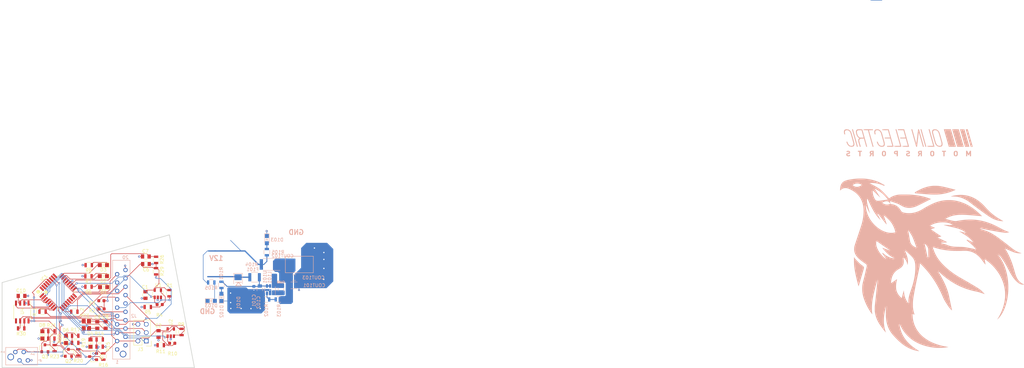
<source format=kicad_pcb>
(kicad_pcb (version 20171130) (host pcbnew 5.1.4-e60b266~84~ubuntu18.04.1)
  (layers (0 F.Cu signal) (1 In1.Cu signal) (2 In2.Cu signal hide) (31 B.Cu signal) (34 B.Paste user) (35 F.Paste user) (36 B.SilkS user) (37 F.SilkS user) (38 B.Mask user) (39 F.Mask user) (44 Edge.Cuts user))
  (net 0 "")
  (net 1 GND)
  (net 2 /12V)
  (net 3 VCC)
  (net 4 "Net-(C101-Pad1)")
  (net 5 "Net-(C103-Pad2)")
  (net 6 "Net-(C103-Pad1)")
  (net 7 "Net-(COUT101-Pad1)")
  (net 8 "Net-(D102-Pad2)")
  (net 9 "Net-(D103-Pad2)")
  (net 10 "Net-(R102-Pad1)")
  (net 11 "Net-(C7-Pad1)")
  (net 12 "Net-(C8-Pad1)")
  (net 13 "Net-(C9-Pad1)")
  (net 14 "Net-(D1-Pad1)")
  (net 15 /PROGRAMMINGLED1)
  (net 16 "Net-(D2-Pad1)")
  (net 17 /PROGRAMMINGLED2)
  (net 18 /PROGRAMMINGLED3)
  (net 19 "Net-(D3-Pad1)")
  (net 20 "Net-(D4-Pad2)")
  (net 21 +12V)
  (net 22 "Net-(D6-Pad2)")
  (net 23 "Net-(D8-Pad2)")
  (net 24 /MISO)
  (net 25 /MOSI)
  (net 26 "Net-(IC1-Pad3)")
  (net 27 /TXCAN)
  (net 28 /RXCAN)
  (net 29 "Net-(IC1-Pad8)")
  (net 30 "Net-(IC1-Pad9)")
  (net 31 /SCK)
  (net 32 /DRIVE_MODE_SENSE)
  (net 33 "Net-(IC1-Pad14)")
  (net 34 "Net-(IC1-Pad15)")
  (net 35 "Net-(IC1-Pad16)")
  (net 36 /THROTTLE1SENSING)
  (net 37 /THROTTLE2SENSING)
  (net 38 "Net-(IC1-Pad21)")
  (net 39 "Net-(IC1-Pad25)")
  (net 40 /SS_ESTOP_OUT)
  (net 41 /SS_INERTIA_OUT)
  (net 42 /SS_BOTS_OUT)
  (net 43 "Net-(IC1-Pad29)")
  (net 44 "Net-(IC1-Pad30)")
  (net 45 /RESET)
  (net 46 "Net-(IC1-Pad32)")
  (net 47 /SS_COCKPIT_ESTOP)
  (net 48 /SS_BOTS)
  (net 49 /SS_INERTIA_SWITCH)
  (net 50 /CANH)
  (net 51 /CANL)
  (net 52 "Net-(J2-Pad10)")
  (net 53 /THROTTLE1_RIGHT_SENSE)
  (net 54 "Net-(J2-Pad13)")
  (net 55 /THROTTLE2_LEFT_SENSE)
  (net 56 /LED1)
  (net 57 /LED2)
  (net 58 "Net-(R4-Pad2)")
  (net 59 "Net-(R10-Pad2)")
  (net 60 "Net-(U4-Pad5)")
  (module footprints:R_0805_OEM (layer F.Cu) (at 97.61 88.7)
    (fp_text reference R19 (at 2.54 0 270) (layer F.SilkS))
    (fp_text value R_100k hide)
    (pad 1 smd rect (at -0.95 0) (size 0.7 1.3) (layers F.Cu F.Paste F.Mask) (net 47 /SS_COCKPIT_ESTOP))
    (pad 2 smd rect (at 0.95 0) (size 0.7 1.3) (layers F.Cu F.Paste F.Mask) (net 1 GND))
  )
  (module footprints:R_0805_OEM (layer F.Cu) (at 105.035 89.86)
    (fp_text reference R15 (at 2.54 0 90) (layer F.SilkS))
    (fp_text value R_100k hide)
    (pad 1 smd rect (at -0.95 0) (size 0.7 1.3) (layers F.Cu F.Paste F.Mask) (net 49 /SS_INERTIA_SWITCH))
    (pad 2 smd rect (at 0.95 0) (size 0.7 1.3) (layers F.Cu F.Paste F.Mask) (net 1 GND))
  )
  (module footprints:phoenix (layer B.Cu) (at 357.92 65 180)
    (fp_text reference G*** hide)
    (fp_text value LOGO hide)
  )
  (module footprints:Fuse_1812 (layer B.Cu) (at 162.9633 64.89)
    (fp_text reference COUT102 (at -2.3643 -2.579) (layer B.SilkS) (effects (justify mirror)))
    (fp_text value C_33uF hide)
    (pad 2 smd rect (at 5.28 0) (size 1.78 3.5) (layers B.Cu B.Paste B.Mask) (net 1 GND))
    (pad 1 smd rect (at 0 0) (size 1.78 3.5) (layers B.Cu B.Paste B.Mask) (net 7 "Net-(COUT101-Pad1)"))
  )
  (module footprints:C_0805_OEM (layer B.Cu) (at 160.1058 72.51 270)
    (fp_text reference C103 (at -2.244 -0.0032) (layer B.SilkS) (effects (font (size 0.6 0.6)) (justify mirror)))
    (fp_text value C_0.1uF hide)
    (pad 2 smd rect (at 1 0 270) (size 1 1.25) (layers B.Cu B.Paste B.Mask) (net 5 "Net-(C103-Pad2)"))
    (pad 1 smd rect (at -1 0 270) (size 1 1.25) (layers B.Cu B.Paste B.Mask) (net 6 "Net-(C103-Pad1)"))
  )
  (module footprints:C_0805_OEM (layer B.Cu) (at 153.6923 72.4305 270)
    (fp_text reference C102 (at 3.9855 0.4083 90) (layer B.SilkS) (effects (justify mirror)))
    (fp_text value C_2.2uF hide)
    (pad 1 smd rect (at -1 0 270) (size 1 1.25) (layers B.Cu B.Paste B.Mask) (net 4 "Net-(C101-Pad1)"))
    (pad 2 smd rect (at 1 0 270) (size 1 1.25) (layers B.Cu B.Paste B.Mask) (net 1 GND))
  )
  (module footprints:C_0603_1608Metric (layer B.Cu) (at 151.88636 72.33982 270)
    (fp_text reference C101 (at 3.52618 -0.02264 90) (layer B.SilkS) (effects (justify mirror)))
    (fp_text value C_0.1uF hide)
    (pad 1 smd roundrect (at -0.7875 0 270) (size 0.875 0.95) (layers B.Cu B.Paste B.Mask) (net 4 "Net-(C101-Pad1)"))
    (pad 2 smd roundrect (at 0.7875 0 270) (size 0.875 0.95) (layers B.Cu B.Paste B.Mask) (net 1 GND))
  )
  (module footprints:Fuse_1210 (layer B.Cu) (at 152.1048 68.7635 180)
    (fp_text reference F101 (at 0.5958 2.3725 180) (layer B.SilkS) (effects (justify mirror)))
    (fp_text value F_500mA_16V hide)
    (pad 2 smd rect (at 1.45 0 180) (size 0.9 2.5) (layers B.Cu B.Paste B.Mask) (net 2 /12V))
    (pad 1 smd rect (at -1.45 0 180) (size 0.9 2.5) (layers B.Cu B.Paste B.Mask) (net 4 "Net-(C101-Pad1)"))
  )
  (module footprints:L_100uH (layer B.Cu) (at 159.6107 68.82446)
    (fp_text reference L101 (at -2.9267 0.01654 -270) (layer B.SilkS) (effects (justify mirror)))
    (fp_text value L_100uH hide)
    (pad 1 smd rect (at -1.6 0) (size 1.2 2) (layers B.Cu B.Paste B.Mask) (net 6 "Net-(C103-Pad1)"))
    (pad 2 smd rect (at 1.6 0) (size 1.2 2) (layers B.Cu B.Paste B.Mask) (net 7 "Net-(COUT101-Pad1)"))
  )
  (module footprints:R_0805_OEM (layer B.Cu) (at 159.47842 75.51228 180)
    (fp_text reference R103 (at -0.03058 -3.37872 90) (layer B.SilkS) (effects (justify mirror)))
    (fp_text value R_100K hide)
    (pad 1 smd rect (at -0.95 0 180) (size 0.7 1.3) (layers B.Cu B.Paste B.Mask) (net 7 "Net-(COUT101-Pad1)"))
    (pad 2 smd rect (at 0.95 0 180) (size 0.7 1.3) (layers B.Cu B.Paste B.Mask) (net 10 "Net-(R102-Pad1)"))
  )
  (module footprints:R_0805_OEM (layer B.Cu) (at 155.59222 75.52752 180)
    (fp_text reference R102 (at -0.06678 -3.31348 90) (layer B.SilkS) (effects (justify mirror)))
    (fp_text value R_25K hide)
    (pad 2 smd rect (at 0.95 0 180) (size 0.7 1.3) (layers B.Cu B.Paste B.Mask) (net 1 GND))
    (pad 1 smd rect (at -0.95 0 180) (size 0.7 1.3) (layers B.Cu B.Paste B.Mask) (net 10 "Net-(R102-Pad1)"))
  )
  (module footprints:R_0805_OEM (layer B.Cu) (at 155.834 61.141 90)
    (fp_text reference R105 (at 0 3.375) (layer B.SilkS) (effects (justify mirror)))
    (fp_text value R_200 hide)
    (pad 1 smd rect (at -0.95 0 90) (size 0.7 1.3) (layers B.Cu B.Paste B.Mask) (net 3 VCC))
    (pad 2 smd rect (at 0.95 0 90) (size 0.7 1.3) (layers B.Cu B.Paste B.Mask) (net 9 "Net-(D103-Pad2)"))
  )
  (module footprints:R_2512_OEM (layer B.Cu) (at 157.2622 64.88492 180)
    (fp_text reference R104 (at 6.0532 -0.00608 180) (layer B.SilkS) (effects (justify mirror)))
    (fp_text value R_0_2512 hide)
    (pad 1 smd rect (at -3.1 0 180) (size 1 3.2) (layers B.Cu B.Paste B.Mask) (net 7 "Net-(COUT101-Pad1)"))
    (pad 2 smd rect (at 3.1 0 180) (size 1 3.2) (layers B.Cu B.Paste B.Mask) (net 3 VCC))
  )
  (module footprints:SOT-23-6_OEM (layer B.Cu) (at 156.8116 72.5252 90)
    (fp_text reference U101 (at 3.8092 -1.5526 90) (layer B.SilkS) (effects (justify mirror)))
    (fp_text value TPS560430YF hide)
    (pad 1 smd rect (at -1.1 0.95 90) (size 1.06 0.65) (layers B.Cu B.Paste B.Mask) (net 5 "Net-(C103-Pad2)"))
    (pad 2 smd rect (at -1.1 0 90) (size 1.06 0.65) (layers B.Cu B.Paste B.Mask) (net 1 GND))
    (pad 3 smd rect (at -1.1 -0.95 90) (size 1.06 0.65) (layers B.Cu B.Paste B.Mask) (net 10 "Net-(R102-Pad1)"))
    (pad 4 smd rect (at 1.1 -0.95 90) (size 1.06 0.65) (layers B.Cu B.Paste B.Mask) (net 4 "Net-(C101-Pad1)"))
    (pad 6 smd rect (at 1.1 0.95 90) (size 1.06 0.65) (layers B.Cu B.Paste B.Mask) (net 6 "Net-(C103-Pad1)"))
    (pad 5 smd rect (at 1.1 0 90) (size 1.06 0.65) (layers B.Cu B.Paste B.Mask) (net 4 "Net-(C101-Pad1)"))
  )
  (module footprints:C_1206_OEM (layer B.Cu) (at 164.0823 71.24)
    (fp_text reference COUT101 (at 6.1267 0.001) (layer B.SilkS) (effects (justify mirror)))
    (fp_text value C_22uF hide)
    (pad 1 smd rect (at -1.5 0) (size 1 1.6) (layers B.Cu B.Paste B.Mask) (net 7 "Net-(COUT101-Pad1)"))
    (pad 2 smd rect (at 1.5 0) (size 1 1.6) (layers B.Cu B.Paste B.Mask) (net 1 GND))
  )
  (module footprints:C_0805_OEM (layer B.Cu) (at 164.1063 68.8905)
    (fp_text reference COUT103 (at 5.8777 0.0005) (layer B.SilkS) (effects (justify mirror)))
    (fp_text value C_47uF hide)
    (pad 1 smd rect (at -1 0) (size 1 1.25) (layers B.Cu B.Paste B.Mask) (net 7 "Net-(COUT101-Pad1)"))
    (pad 2 smd rect (at 1 0) (size 1 1.25) (layers B.Cu B.Paste B.Mask) (net 1 GND))
  )
  (module footprints:DO-214AA (layer B.Cu) (at 147.0883 70.7955 270)
    (fp_text reference D101 (at 5.7205 -0.1207 90) (layer B.SilkS) (effects (justify mirror)))
    (fp_text value D_Zener_18V hide)
    (pad 2 smd rect (at 2.032 0 90) (size 1.778 2.159) (layers B.Cu B.Paste B.Mask) (net 1 GND))
    (pad 1 smd rect (at -2.032 0 90) (size 1.778 2.159) (layers B.Cu B.Paste B.Mask) (net 2 /12V))
  )
  (module footprints:LED_0805_OEM (layer B.Cu) (at 155.834 57.341 270)
    (fp_text reference D103 (at 0.05 -3.1 180) (layer B.SilkS) (effects (justify mirror)))
    (fp_text value LED_0805 hide)
    (pad 2 smd rect (at 1.1 0 90) (size 1.2 1.2) (layers B.Cu B.Paste B.Mask) (net 9 "Net-(D103-Pad2)"))
    (pad 1 smd rect (at -1.1 0 90) (size 1.2 1.2) (layers B.Cu B.Paste B.Mask) (net 1 GND))
  )
  (module footprints:Logo_Large (layer B.Cu) (at 350.725 27.925 180)
    (fp_text reference G*** hide)
    (fp_text value LOGO hide)
  )
  (module footprints:LED_0805_OEM (layer B.Cu) (at 142.034 74.891 90)
    (fp_text reference D102 (at -4.275 0.05 270) (layer B.SilkS) (effects (justify mirror)))
    (fp_text value LED_0805 hide)
    (pad 2 smd rect (at 1.1 0 270) (size 1.2 1.2) (layers B.Cu B.Paste B.Mask) (net 8 "Net-(D102-Pad2)"))
    (pad 1 smd rect (at -1.1 0 270) (size 1.2 1.2) (layers B.Cu B.Paste B.Mask) (net 1 GND))
  )
  (module footprints:R_0805_OEM (layer B.Cu) (at 142.034 71.091 270)
    (fp_text reference R101 (at -3.5 0.05 90) (layer B.SilkS) (effects (justify mirror)))
    (fp_text value R_200 hide)
    (pad 1 smd rect (at -0.95 0 270) (size 0.7 1.3) (layers B.Cu B.Paste B.Mask) (net 4 "Net-(C101-Pad1)"))
    (pad 2 smd rect (at 0.95 0 270) (size 0.7 1.3) (layers B.Cu B.Paste B.Mask) (net 8 "Net-(D102-Pad2)"))
  )
  (module footprints:C_0805_OEM (layer F.Cu) (at 118.96 74.165 90)
    (fp_text reference C1 (at 2.425 -0.13 180) (layer F.SilkS))
    (fp_text value C_0.1uF hide)
    (pad 1 smd rect (at -1 0 90) (size 1 1.25) (layers F.Cu F.Paste F.Mask) (net 1 GND))
    (pad 2 smd rect (at 1 0 90) (size 1 1.25) (layers F.Cu F.Paste F.Mask) (net 3 VCC))
  )
  (module footprints:C_0805_OEM (layer F.Cu) (at 122.92 85.99 90)
    (fp_text reference C2 (at 2.51 -0.04 180) (layer F.SilkS))
    (fp_text value C_0.1uF hide)
    (pad 2 smd rect (at 1 0 90) (size 1 1.25) (layers F.Cu F.Paste F.Mask) (net 3 VCC))
    (pad 1 smd rect (at -1 0 90) (size 1 1.25) (layers F.Cu F.Paste F.Mask) (net 1 GND))
  )
  (module footprints:C_0805_OEM (layer F.Cu) (at 119.11 64.75)
    (fp_text reference C6 (at 0.02 1.73 180) (layer F.SilkS))
    (fp_text value C_0.1uF hide)
    (pad 1 smd rect (at -1 0) (size 1 1.25) (layers F.Cu F.Paste F.Mask) (net 3 VCC))
    (pad 2 smd rect (at 1 0) (size 1 1.25) (layers F.Cu F.Paste F.Mask) (net 1 GND))
  )
  (module footprints:C_0805_OEM (layer F.Cu) (at 119.07 62.47 180)
    (fp_text reference C7 (at 0.13 1.63) (layer F.SilkS))
    (fp_text value C_100pF hide)
    (pad 2 smd rect (at 1 0 180) (size 1 1.25) (layers F.Cu F.Paste F.Mask) (net 1 GND))
    (pad 1 smd rect (at -1 0 180) (size 1 1.25) (layers F.Cu F.Paste F.Mask) (net 11 "Net-(C7-Pad1)"))
  )
  (module footprints:C_0805_OEM (layer F.Cu) (at 106.85 83.28 90)
    (fp_text reference C8 (at 2.53 -0.07 180) (layer F.SilkS))
    (fp_text value C_30pF hide)
    (pad 1 smd rect (at -1 0 90) (size 1 1.25) (layers F.Cu F.Paste F.Mask) (net 12 "Net-(C8-Pad1)"))
    (pad 2 smd rect (at 1 0 90) (size 1 1.25) (layers F.Cu F.Paste F.Mask) (net 1 GND))
  )
  (module footprints:C_0805_OEM (layer F.Cu) (at 104.325 83.28 90)
    (fp_text reference C9 (at 2.48 0.02 180) (layer F.SilkS))
    (fp_text value C_30pF hide)
    (pad 1 smd rect (at -1 0 90) (size 1 1.25) (layers F.Cu F.Paste F.Mask) (net 13 "Net-(C9-Pad1)"))
    (pad 2 smd rect (at 1 0 90) (size 1 1.25) (layers F.Cu F.Paste F.Mask) (net 1 GND))
  )
  (module footprints:C_0805_OEM (layer F.Cu) (at 81.31 74.44)
    (fp_text reference C10 (at -0.17 -1.62) (layer F.SilkS))
    (fp_text value C_0.1uF hide)
    (pad 2 smd rect (at 1 0) (size 1 1.25) (layers F.Cu F.Paste F.Mask) (net 1 GND))
    (pad 1 smd rect (at -1 0) (size 1 1.25) (layers F.Cu F.Paste F.Mask) (net 3 VCC))
  )
  (module footprints:LED_0805_OEM (layer F.Cu) (at 106.25 71.775 180)
    (fp_text reference D1 (at 0 -1.45) (layer F.SilkS))
    (fp_text value LED_0805 hide)
    (pad 2 smd rect (at 1.1 0) (size 1.2 1.2) (layers F.Cu F.Paste F.Mask) (net 15 /PROGRAMMINGLED1))
    (pad 1 smd rect (at -1.1 0) (size 1.2 1.2) (layers F.Cu F.Paste F.Mask) (net 14 "Net-(D1-Pad1)"))
  )
  (module footprints:LED_0805_OEM (layer F.Cu) (at 106.175 68.44 180)
    (fp_text reference D2 (at 0 -1.45) (layer F.SilkS))
    (fp_text value LED_0805 hide)
    (pad 2 smd rect (at 1.1 0) (size 1.2 1.2) (layers F.Cu F.Paste F.Mask) (net 17 /PROGRAMMINGLED2))
    (pad 1 smd rect (at -1.1 0) (size 1.2 1.2) (layers F.Cu F.Paste F.Mask) (net 16 "Net-(D2-Pad1)"))
  )
  (module footprints:LED_0805_OEM (layer F.Cu) (at 106.175 65.08 180)
    (fp_text reference D3 (at 0 -1.45) (layer F.SilkS))
    (fp_text value LED_0805 hide)
    (pad 1 smd rect (at -1.1 0) (size 1.2 1.2) (layers F.Cu F.Paste F.Mask) (net 19 "Net-(D3-Pad1)"))
    (pad 2 smd rect (at 1.1 0) (size 1.2 1.2) (layers F.Cu F.Paste F.Mask) (net 18 /PROGRAMMINGLED3))
  )
  (module footprints:LED_0805_OEM (layer F.Cu) (at 102.255 88.79 90)
    (fp_text reference D4 (at 2.88 -0.02) (layer F.SilkS))
    (fp_text value LED_0805 hide)
    (pad 1 smd rect (at -1.1 0 270) (size 1.2 1.2) (layers F.Cu F.Paste F.Mask) (net 1 GND))
    (pad 2 smd rect (at 1.1 0 270) (size 1.2 1.2) (layers F.Cu F.Paste F.Mask) (net 20 "Net-(D4-Pad2)"))
  )
  (module footprints:LED_0805_OEM (layer F.Cu) (at 94.81 87.655 90)
    (fp_text reference D6 (at 2.855 -0.05) (layer F.SilkS))
    (fp_text value LED_0805 hide)
    (pad 1 smd rect (at -1.1 0 270) (size 1.2 1.2) (layers F.Cu F.Paste F.Mask) (net 1 GND))
    (pad 2 smd rect (at 1.1 0 270) (size 1.2 1.2) (layers F.Cu F.Paste F.Mask) (net 22 "Net-(D6-Pad2)"))
  )
  (module footprints:LED_0805_OEM (layer F.Cu) (at 87.64 86.28 90)
    (fp_text reference D8 (at 2.955 -0.03) (layer F.SilkS))
    (fp_text value LED_0805 hide)
    (pad 1 smd rect (at -1.1 0 270) (size 1.2 1.2) (layers F.Cu F.Paste F.Mask) (net 1 GND))
    (pad 2 smd rect (at 1.1 0 270) (size 1.2 1.2) (layers F.Cu F.Paste F.Mask) (net 23 "Net-(D8-Pad2)"))
  )
  (module footprints:LED_0805_OEM (layer B.Cu) (at 138.938 75.946)
    (fp_text reference D103 (at 0 1.45) (layer B.SilkS) (effects (justify mirror)))
    (fp_text value LED_0805 hide)
    (pad 2 smd rect (at 1.1 0 180) (size 1.2 1.2) (layers B.Cu B.Paste B.Mask) (net 9 "Net-(D103-Pad2)"))
    (pad 1 smd rect (at -1.1 0 180) (size 1.2 1.2) (layers B.Cu B.Paste B.Mask) (net 1 GND))
  )
  (module footprints:TQFP-32_7x7mm_Pitch0.8mm (layer F.Cu) (at 92.446268 73.303324 45)
    (fp_text reference IC1 (at 0 -6.05 45) (layer F.SilkS))
    (fp_text value ATMEGA16M1 hide)
    (pad 1 smd rect (at -4.25 -2.8 45) (size 1.6 0.55) (layers F.Cu F.Paste F.Mask) (net 24 /MISO))
    (pad 2 smd rect (at -4.25 -2 45) (size 1.6 0.55) (layers F.Cu F.Paste F.Mask) (net 25 /MOSI))
    (pad 3 smd rect (at -4.25 -1.2 45) (size 1.6 0.55) (layers F.Cu F.Paste F.Mask) (net 26 "Net-(IC1-Pad3)"))
    (pad 4 smd rect (at -4.25 -0.4 45) (size 1.6 0.55) (layers F.Cu F.Paste F.Mask) (net 3 VCC))
    (pad 5 smd rect (at -4.25 0.4 45) (size 1.6 0.55) (layers F.Cu F.Paste F.Mask) (net 1 GND))
    (pad 6 smd rect (at -4.25 1.2 45) (size 1.6 0.55) (layers F.Cu F.Paste F.Mask) (net 27 /TXCAN))
    (pad 7 smd rect (at -4.25 2 45) (size 1.6 0.55) (layers F.Cu F.Paste F.Mask) (net 28 /RXCAN))
    (pad 8 smd rect (at -4.25 2.8 45) (size 1.6 0.55) (layers F.Cu F.Paste F.Mask) (net 29 "Net-(IC1-Pad8)"))
    (pad 9 smd rect (at -2.8 4.25 135) (size 1.6 0.55) (layers F.Cu F.Paste F.Mask) (net 30 "Net-(IC1-Pad9)"))
    (pad 10 smd rect (at -2 4.25 135) (size 1.6 0.55) (layers F.Cu F.Paste F.Mask) (net 13 "Net-(C9-Pad1)"))
    (pad 11 smd rect (at -1.2 4.25 135) (size 1.6 0.55) (layers F.Cu F.Paste F.Mask) (net 12 "Net-(C8-Pad1)"))
    (pad 12 smd rect (at -0.4 4.25 135) (size 1.6 0.55) (layers F.Cu F.Paste F.Mask) (net 31 /SCK))
    (pad 13 smd rect (at 0.4 4.25 135) (size 1.6 0.55) (layers F.Cu F.Paste F.Mask) (net 32 /DRIVE_MODE_SENSE))
    (pad 14 smd rect (at 1.2 4.25 135) (size 1.6 0.55) (layers F.Cu F.Paste F.Mask) (net 33 "Net-(IC1-Pad14)"))
    (pad 15 smd rect (at 2 4.25 135) (size 1.6 0.55) (layers F.Cu F.Paste F.Mask) (net 34 "Net-(IC1-Pad15)"))
    (pad 16 smd rect (at 2.8 4.25 135) (size 1.6 0.55) (layers F.Cu F.Paste F.Mask) (net 35 "Net-(IC1-Pad16)"))
    (pad 17 smd rect (at 4.25 2.8 45) (size 1.6 0.55) (layers F.Cu F.Paste F.Mask) (net 36 /THROTTLE1SENSING))
    (pad 18 smd rect (at 4.25 2 45) (size 1.6 0.55) (layers F.Cu F.Paste F.Mask) (net 37 /THROTTLE2SENSING))
    (pad 19 smd rect (at 4.25 1.2 45) (size 1.6 0.55) (layers F.Cu F.Paste F.Mask) (net 11 "Net-(C7-Pad1)"))
    (pad 20 smd rect (at 4.25 0.4 45) (size 1.6 0.55) (layers F.Cu F.Paste F.Mask) (net 1 GND))
    (pad 21 smd rect (at 4.25 -0.4 45) (size 1.6 0.55) (layers F.Cu F.Paste F.Mask) (net 38 "Net-(IC1-Pad21)"))
    (pad 22 smd rect (at 4.25 -1.2 45) (size 1.6 0.55) (layers F.Cu F.Paste F.Mask) (net 15 /PROGRAMMINGLED1))
    (pad 23 smd rect (at 4.25 -2 45) (size 1.6 0.55) (layers F.Cu F.Paste F.Mask) (net 17 /PROGRAMMINGLED2))
    (pad 24 smd rect (at 4.25 -2.8 45) (size 1.6 0.55) (layers F.Cu F.Paste F.Mask) (net 18 /PROGRAMMINGLED3))
    (pad 25 smd rect (at 2.8 -4.25 135) (size 1.6 0.55) (layers F.Cu F.Paste F.Mask) (net 39 "Net-(IC1-Pad25)"))
    (pad 26 smd rect (at 2 -4.25 135) (size 1.6 0.55) (layers F.Cu F.Paste F.Mask) (net 40 /SS_ESTOP_OUT))
    (pad 27 smd rect (at 1.2 -4.25 135) (size 1.6 0.55) (layers F.Cu F.Paste F.Mask) (net 41 /SS_INERTIA_OUT))
    (pad 28 smd rect (at 0.4 -4.25 135) (size 1.6 0.55) (layers F.Cu F.Paste F.Mask) (net 42 /SS_BOTS_OUT))
    (pad 29 smd rect (at -0.4 -4.25 135) (size 1.6 0.55) (layers F.Cu F.Paste F.Mask) (net 43 "Net-(IC1-Pad29)"))
    (pad 30 smd rect (at -1.2 -4.25 135) (size 1.6 0.55) (layers F.Cu F.Paste F.Mask) (net 44 "Net-(IC1-Pad30)"))
    (pad 31 smd rect (at -2 -4.25 135) (size 1.6 0.55) (layers F.Cu F.Paste F.Mask) (net 45 /RESET))
    (pad 32 smd rect (at -2.8 -4.25 135) (size 1.6 0.55) (layers F.Cu F.Paste F.Mask) (net 46 "Net-(IC1-Pad32)"))
  )
  (module footprints:micromatch_female_vert_4 (layer B.Cu) (at 84.5058 91.4908 270)
    (fp_text reference J1 (at 0.2892 -0.1442 90) (layer B.SilkS) (effects (justify mirror)))
    (fp_text value micromatch_female_TOP_ENTRY_locking_4 hide)
    (fp_text user 4 (at 2.54 -2.54 90) (layer B.SilkS) (effects (justify mirror)))
    (fp_text user 1 (at 0 8.89 90) (layer B.SilkS) (effects (justify mirror)))
    (pad 3 thru_hole circle (at 0 2.54 270) (size 1.3 1.3) (drill 0.8) (layers *.Cu *.Mask) (net 47 /SS_COCKPIT_ESTOP))
    (pad 1 thru_hole circle (at 0 5.08 270) (size 1.3 1.3) (drill 0.8) (layers *.Cu *.Mask) (net 48 /SS_BOTS))
    (pad 2 thru_hole circle (at 2.54 3.81 270) (size 1.3 1.3) (drill 0.8) (layers *.Cu *.Mask) (net 49 /SS_INERTIA_SWITCH))
    (pad 4 thru_hole circle (at 2.54 1.27 270) (size 1.3 1.3) (drill 0.8) (layers *.Cu *.Mask) (net 1 GND))
    (pad 5 thru_hole circle (at 1.5 6.48 270) (size 2 2) (drill 1.5) (layers *.Cu *.Mask))
  )
  (module footprints:micromatch_female_vert_20 (layer B.Cu) (at 110.35 85.62)
    (fp_text reference J2 (at 5.08 -5.08) (layer B.SilkS) (effects (justify mirror)))
    (fp_text value micromatch_female_TOP_ENTRY_locking_20 hide)
    (fp_text user 1 (at 0 8.89) (layer B.SilkS) (effects (justify mirror)))
    (fp_text user 20 (at 2.54 -22.86) (layer B.SilkS) (effects (justify mirror)))
    (pad 21 thru_hole circle (at 1.8 6.48) (size 2 2) (drill 1.5) (layers *.Cu *.Mask))
    (pad 20 thru_hole circle (at 2.54 -19.05) (size 1.3 1.3) (drill 0.8) (layers *.Cu *.Mask) (net 1 GND))
    (pad 19 thru_hole circle (at 0 -17.78) (size 1.3 1.3) (drill 0.8) (layers *.Cu *.Mask) (net 32 /DRIVE_MODE_SENSE))
    (pad 18 thru_hole circle (at 2.54 -16.51) (size 1.3 1.3) (drill 0.8) (layers *.Cu *.Mask) (net 3 VCC))
    (pad 17 thru_hole circle (at 0 -15.24) (size 1.3 1.3) (drill 0.8) (layers *.Cu *.Mask) (net 57 /LED2))
    (pad 16 thru_hole circle (at 2.54 -13.97) (size 1.3 1.3) (drill 0.8) (layers *.Cu *.Mask) (net 56 /LED1))
    (pad 15 thru_hole circle (at 0 -12.7) (size 1.3 1.3) (drill 0.8) (layers *.Cu *.Mask) (net 1 GND))
    (pad 14 thru_hole circle (at 2.54 -11.43) (size 1.3 1.3) (drill 0.8) (layers *.Cu *.Mask) (net 55 /THROTTLE2_LEFT_SENSE))
    (pad 13 thru_hole circle (at 0 -10.16) (size 1.3 1.3) (drill 0.8) (layers *.Cu *.Mask) (net 54 "Net-(J2-Pad13)"))
    (pad 12 thru_hole circle (at 2.54 -8.89) (size 1.3 1.3) (drill 0.8) (layers *.Cu *.Mask) (net 1 GND))
    (pad 11 thru_hole circle (at 0 -7.62) (size 1.3 1.3) (drill 0.8) (layers *.Cu *.Mask) (net 53 /THROTTLE1_RIGHT_SENSE))
    (pad 10 thru_hole circle (at 2.54 -6.35) (size 1.3 1.3) (drill 0.8) (layers *.Cu *.Mask) (net 52 "Net-(J2-Pad10)"))
    (pad 9 thru_hole circle (at 0 -5.08) (size 1.3 1.3) (drill 0.8) (layers *.Cu *.Mask) (net 51 /CANL))
    (pad 8 thru_hole circle (at 2.54 -3.81) (size 1.3 1.3) (drill 0.8) (layers *.Cu *.Mask) (net 50 /CANH))
    (pad 6 thru_hole circle (at 2.54 -1.27) (size 1.3 1.3) (drill 0.8) (layers *.Cu *.Mask) (net 31 /SCK))
    (pad 4 thru_hole circle (at 2.54 1.27) (size 1.3 1.3) (drill 0.8) (layers *.Cu *.Mask) (net 24 /MISO))
    (pad 2 thru_hole circle (at 2.54 3.81) (size 1.3 1.3) (drill 0.8) (layers *.Cu *.Mask) (net 21 +12V))
    (pad 7 thru_hole circle (at 0 -2.54) (size 1.3 1.3) (drill 0.8) (layers *.Cu *.Mask) (net 45 /RESET))
    (pad 1 thru_hole circle (at 0 5.08) (size 1.3 1.3) (drill 0.8) (layers *.Cu *.Mask) (net 1 GND))
    (pad 3 thru_hole circle (at 0 2.54) (size 1.3 1.3) (drill 0.8) (layers *.Cu *.Mask) (net 3 VCC))
    (pad 5 thru_hole circle (at 0 0) (size 1.3 1.3) (drill 0.8) (layers *.Cu *.Mask) (net 25 /MOSI))
  )
  (module footprints:Pin_Header_Straight_2x03 (layer F.Cu) (at 119.2 88.13 180)
    (fp_text reference J3 (at 1.778 -2.54) (layer F.SilkS))
    (fp_text value CONN_02X03 hide)
    (pad 1 thru_hole rect (at 0 0 180) (size 1.4 1.4) (drill 1.016) (layers *.Cu *.Mask) (net 24 /MISO))
    (pad 2 thru_hole circle (at 2.54 0 180) (size 1.4 1.4) (drill 1.016) (layers *.Cu *.Mask) (net 3 VCC))
    (pad 3 thru_hole circle (at 0 2.54 180) (size 1.4 1.4) (drill 1.016) (layers *.Cu *.Mask) (net 31 /SCK))
    (pad 4 thru_hole circle (at 2.54 2.54 180) (size 1.4 1.4) (drill 1.016) (layers *.Cu *.Mask) (net 25 /MOSI))
    (pad 5 thru_hole circle (at 0 5.08 180) (size 1.4 1.4) (drill 1.016) (layers *.Cu *.Mask) (net 45 /RESET))
    (pad 6 thru_hole circle (at 2.54 5.08 180) (size 1.4 1.4) (drill 1.016) (layers *.Cu *.Mask) (net 1 GND))
  )
  (module footprints:SOT-23F (layer F.Cu) (at 103.06 92.86 180)
    (fp_text reference Q1 (at -2.54 0 90) (layer F.SilkS))
    (fp_text value SSM3K333R hide)
    (pad 1 smd rect (at -1.05 -0.95 180) (size 0.9 0.8) (layers F.Cu F.Paste F.Mask) (net 49 /SS_INERTIA_SWITCH))
    (pad 2 smd rect (at -1.05 0.95 180) (size 0.9 0.8) (layers F.Cu F.Paste F.Mask) (net 1 GND))
    (pad 3 smd rect (at 1.05 0 180) (size 0.9 0.8) (layers F.Cu F.Paste F.Mask) (net 41 /SS_INERTIA_OUT))
  )
  (module footprints:SOT-23F (layer F.Cu) (at 95.56 91.725 90)
    (fp_text reference Q2 (at -2.54 0) (layer F.SilkS))
    (fp_text value SSM3K333R hide)
    (pad 1 smd rect (at -1.05 -0.95 90) (size 0.9 0.8) (layers F.Cu F.Paste F.Mask) (net 47 /SS_COCKPIT_ESTOP))
    (pad 2 smd rect (at -1.05 0.95 90) (size 0.9 0.8) (layers F.Cu F.Paste F.Mask) (net 1 GND))
    (pad 3 smd rect (at 1.05 0 90) (size 0.9 0.8) (layers F.Cu F.Paste F.Mask) (net 40 /SS_ESTOP_OUT))
  )
  (module footprints:SOT-23F (layer F.Cu) (at 88.41 90.35 90)
    (fp_text reference Q3 (at -2.54 0) (layer F.SilkS))
    (fp_text value SSM3K333R hide)
    (pad 1 smd rect (at -1.05 -0.95 90) (size 0.9 0.8) (layers F.Cu F.Paste F.Mask) (net 48 /SS_BOTS))
    (pad 2 smd rect (at -1.05 0.95 90) (size 0.9 0.8) (layers F.Cu F.Paste F.Mask) (net 1 GND))
    (pad 3 smd rect (at 1.05 0 90) (size 0.9 0.8) (layers F.Cu F.Paste F.Mask) (net 42 /SS_BOTS_OUT))
  )
  (module footprints:R_0805_OEM (layer F.Cu) (at 126.26 73.61 270)
    (fp_text reference R1 (at -2.34 0 180) (layer F.SilkS))
    (fp_text value R_1M hide)
    (pad 2 smd rect (at 0.95 0 270) (size 0.7 1.3) (layers F.Cu F.Paste F.Mask) (net 53 /THROTTLE1_RIGHT_SENSE))
    (pad 1 smd rect (at -0.95 0 270) (size 0.7 1.3) (layers F.Cu F.Paste F.Mask) (net 3 VCC))
  )
  (module footprints:R_0603_1608Metric (layer F.Cu) (at 105.6125 78.4)
    (fp_text reference R2 (at -2.8125 0.525) (layer F.SilkS))
    (fp_text value R_0)
    (pad 2 smd roundrect (at 0.7875 0) (size 0.875 0.95) (layers F.Cu F.Paste F.Mask) (net 3 VCC))
    (pad 1 smd roundrect (at -0.7875 0) (size 0.875 0.95) (layers F.Cu F.Paste F.Mask) (net 52 "Net-(J2-Pad10)"))
  )
  (module footprints:R_0603_1608Metric (layer F.Cu) (at 105.5625 75.9 180)
    (fp_text reference R3 (at 2.875 -0.8) (layer F.SilkS))
    (fp_text value R_0)
    (pad 1 smd roundrect (at -0.7875 0 180) (size 0.875 0.95) (layers F.Cu F.Paste F.Mask) (net 3 VCC))
    (pad 2 smd roundrect (at 0.7875 0 180) (size 0.875 0.95) (layers F.Cu F.Paste F.Mask) (net 54 "Net-(J2-Pad13)"))
  )
  (module footprints:R_0603_1608Metric (layer F.Cu) (at 123.2825 77.06)
    (fp_text reference R4 (at -0.0725 3.2) (layer F.SilkS))
    (fp_text value R_0)
    (pad 2 smd roundrect (at 0.7875 0) (size 0.875 0.95) (layers F.Cu F.Paste F.Mask) (net 58 "Net-(R4-Pad2)"))
    (pad 1 smd roundrect (at -0.7875 0) (size 0.875 0.95) (layers F.Cu F.Paste F.Mask) (net 37 /THROTTLE2SENSING))
  )
  (module footprints:R_0805_OEM (layer F.Cu) (at 119.66 77.81 180)
    (fp_text reference R5 (at 0 -1.65) (layer F.SilkS))
    (fp_text value R_2.2k hide)
    (pad 2 smd rect (at 0.95 0 180) (size 0.7 1.3) (layers F.Cu F.Paste F.Mask) (net 1 GND))
    (pad 1 smd rect (at -0.95 0 180) (size 0.7 1.3) (layers F.Cu F.Paste F.Mask) (net 58 "Net-(R4-Pad2)"))
  )
  (module footprints:R_0805_OEM (layer F.Cu) (at 101.655 71.65 180)
    (fp_text reference R6 (at 0 -1.65) (layer F.SilkS))
    (fp_text value R_200 hide)
    (pad 2 smd rect (at 0.95 0 180) (size 0.7 1.3) (layers F.Cu F.Paste F.Mask) (net 1 GND))
    (pad 1 smd rect (at -0.95 0 180) (size 0.7 1.3) (layers F.Cu F.Paste F.Mask) (net 14 "Net-(D1-Pad1)"))
  )
  (module footprints:R_0805_OEM (layer F.Cu) (at 101.65 68.44 180)
    (fp_text reference R7 (at 0 -1.65) (layer F.SilkS))
    (fp_text value R_200 hide)
    (pad 2 smd rect (at 0.95 0 180) (size 0.7 1.3) (layers F.Cu F.Paste F.Mask) (net 1 GND))
    (pad 1 smd rect (at -0.95 0 180) (size 0.7 1.3) (layers F.Cu F.Paste F.Mask) (net 16 "Net-(D2-Pad1)"))
  )
  (module footprints:R_0805_OEM (layer F.Cu) (at 101.73 65.08 180)
    (fp_text reference R8 (at 0 -1.65) (layer F.SilkS))
    (fp_text value R_200 hide)
    (pad 1 smd rect (at -0.95 0 180) (size 0.7 1.3) (layers F.Cu F.Paste F.Mask) (net 19 "Net-(D3-Pad1)"))
    (pad 2 smd rect (at 0.95 0 180) (size 0.7 1.3) (layers F.Cu F.Paste F.Mask) (net 1 GND))
  )
  (module footprints:R_0805_OEM (layer F.Cu) (at 129.93 85.39 270)
    (fp_text reference R9 (at -2.29 0.14 180) (layer F.SilkS))
    (fp_text value R_1M hide)
    (pad 1 smd rect (at -0.95 0 270) (size 0.7 1.3) (layers F.Cu F.Paste F.Mask) (net 3 VCC))
    (pad 2 smd rect (at 0.95 0 270) (size 0.7 1.3) (layers F.Cu F.Paste F.Mask) (net 55 /THROTTLE2_LEFT_SENSE))
  )
  (module footprints:R_0603_1608Metric (layer F.Cu) (at 127.0825 88.83)
    (fp_text reference R10 (at 0.0925 3.15) (layer F.SilkS))
    (fp_text value R_0)
    (pad 1 smd roundrect (at -0.7875 0) (size 0.875 0.95) (layers F.Cu F.Paste F.Mask) (net 36 /THROTTLE1SENSING))
    (pad 2 smd roundrect (at 0.7875 0) (size 0.875 0.95) (layers F.Cu F.Paste F.Mask) (net 59 "Net-(R10-Pad2)"))
  )
  (module footprints:R_0805_OEM (layer F.Cu) (at 123.6 89.4 180)
    (fp_text reference R11 (at 0 -1.905) (layer F.SilkS))
    (fp_text value R_2.2k hide)
    (pad 1 smd rect (at -0.95 0 180) (size 0.7 1.3) (layers F.Cu F.Paste F.Mask) (net 59 "Net-(R10-Pad2)"))
    (pad 2 smd rect (at 0.95 0 180) (size 0.7 1.3) (layers F.Cu F.Paste F.Mask) (net 1 GND))
  )
  (module footprints:R_0805_OEM (layer F.Cu) (at 105.06 87.685)
    (fp_text reference R14 (at -0.125 -1.775) (layer F.SilkS))
    (fp_text value R_1k hide)
    (pad 2 smd rect (at 0.95 0) (size 0.7 1.3) (layers F.Cu F.Paste F.Mask) (net 20 "Net-(D4-Pad2)"))
    (pad 1 smd rect (at -0.95 0) (size 0.7 1.3) (layers F.Cu F.Paste F.Mask) (net 49 /SS_INERTIA_SWITCH))
  )
  (module footprints:R_0805_OEM (layer F.Cu) (at 106.16 92.86 270)
    (fp_text reference R16 (at 2.54 0) (layer F.SilkS))
    (fp_text value R_10k hide)
    (pad 2 smd rect (at 0.95 0 270) (size 0.7 1.3) (layers F.Cu F.Paste F.Mask) (net 41 /SS_INERTIA_OUT))
    (pad 1 smd rect (at -0.95 0 270) (size 0.7 1.3) (layers F.Cu F.Paste F.Mask) (net 3 VCC))
  )
  (module footprints:R_0805_OEM (layer F.Cu) (at 97.61 86.55)
    (fp_text reference R17 (at 0.05 -1.825) (layer F.SilkS))
    (fp_text value R_1k hide)
    (pad 2 smd rect (at 0.95 0) (size 0.7 1.3) (layers F.Cu F.Paste F.Mask) (net 22 "Net-(D6-Pad2)"))
    (pad 1 smd rect (at -0.95 0) (size 0.7 1.3) (layers F.Cu F.Paste F.Mask) (net 47 /SS_COCKPIT_ESTOP))
  )
  (module footprints:R_0805_OEM (layer F.Cu) (at 98.56 91.6 270)
    (fp_text reference R20 (at 2.54 0 180) (layer F.SilkS))
    (fp_text value R_10k hide)
    (pad 2 smd rect (at 0.95 0 270) (size 0.7 1.3) (layers F.Cu F.Paste F.Mask) (net 40 /SS_ESTOP_OUT))
    (pad 1 smd rect (at -0.95 0 270) (size 0.7 1.3) (layers F.Cu F.Paste F.Mask) (net 3 VCC))
  )
  (module footprints:R_0805_OEM (layer F.Cu) (at 90.385 85.15)
    (fp_text reference R21 (at 0.05 -1.775) (layer F.SilkS))
    (fp_text value R_1k hide)
    (pad 2 smd rect (at 0.95 0) (size 0.7 1.3) (layers F.Cu F.Paste F.Mask) (net 23 "Net-(D8-Pad2)"))
    (pad 1 smd rect (at -0.95 0) (size 0.7 1.3) (layers F.Cu F.Paste F.Mask) (net 48 /SS_BOTS))
  )
  (module footprints:R_0805_OEM (layer F.Cu) (at 90.36 87.4)
    (fp_text reference R22 (at 2.54 0 270) (layer F.SilkS))
    (fp_text value R_100k hide)
    (pad 1 smd rect (at -0.95 0) (size 0.7 1.3) (layers F.Cu F.Paste F.Mask) (net 48 /SS_BOTS))
    (pad 2 smd rect (at 0.95 0) (size 0.7 1.3) (layers F.Cu F.Paste F.Mask) (net 1 GND))
  )
  (module footprints:R_0805_OEM (layer F.Cu) (at 91.36 90.325 270)
    (fp_text reference R23 (at 2.54 0 180) (layer F.SilkS))
    (fp_text value R_10k hide)
    (pad 1 smd rect (at -0.95 0 270) (size 0.7 1.3) (layers F.Cu F.Paste F.Mask) (net 3 VCC))
    (pad 2 smd rect (at 0.95 0 270) (size 0.7 1.3) (layers F.Cu F.Paste F.Mask) (net 42 /SS_BOTS_OUT))
  )
  (module footprints:R_0805_OEM (layer F.Cu) (at 122.19 63.5 90)
    (fp_text reference R26 (at 0.14 1.79 90) (layer F.SilkS))
    (fp_text value R_100 hide)
    (pad 2 smd rect (at 0.95 0 90) (size 0.7 1.3) (layers F.Cu F.Paste F.Mask) (net 11 "Net-(C7-Pad1)"))
    (pad 1 smd rect (at -0.95 0 90) (size 0.7 1.3) (layers F.Cu F.Paste F.Mask) (net 3 VCC))
  )
  (module footprints:R_0805_OEM (layer B.Cu) (at 138.938 70.358)
    (fp_text reference R105 (at 0 1.65) (layer B.SilkS) (effects (justify mirror)))
    (fp_text value R_200 hide)
    (pad 2 smd rect (at 0.95 0) (size 0.7 1.3) (layers B.Cu B.Paste B.Mask) (net 9 "Net-(D103-Pad2)"))
    (pad 1 smd rect (at -0.95 0) (size 0.7 1.3) (layers B.Cu B.Paste B.Mask) (net 3 VCC))
  )
  (module footprints:R_0805_OEM (layer F.Cu) (at 122.18 66.96 270)
    (fp_text reference R29 (at 0 -1.82 90) (layer F.SilkS))
    (fp_text value R_10k hide)
    (pad 1 smd rect (at -0.95 0 270) (size 0.7 1.3) (layers F.Cu F.Paste F.Mask) (net 3 VCC))
    (pad 2 smd rect (at 0.95 0 270) (size 0.7 1.3) (layers F.Cu F.Paste F.Mask) (net 45 /RESET))
  )
  (module footprints:R_0805_OEM (layer F.Cu) (at 81.2 84.31 180)
    (fp_text reference R30 (at 0 -1.65) (layer F.SilkS))
    (fp_text value "R_120 DNP" hide)
    (pad 2 smd rect (at 0.95 0 180) (size 0.7 1.3) (layers F.Cu F.Paste F.Mask) (net 51 /CANL))
    (pad 1 smd rect (at -0.95 0 180) (size 0.7 1.3) (layers F.Cu F.Paste F.Mask) (net 50 /CANH))
  )
  (module footprints:R_0805_OEM (layer F.Cu) (at 87.696 79.248 180)
    (fp_text reference R_1 (at 2.335929 0 270) (layer F.SilkS))
    (fp_text value R_200 hide)
    (pad 2 smd rect (at 0.95 0 180) (size 0.7 1.3) (layers F.Cu F.Paste F.Mask) (net 29 "Net-(IC1-Pad8)"))
    (pad 1 smd rect (at -0.95 0 180) (size 0.7 1.3) (layers F.Cu F.Paste F.Mask) (net 56 /LED1))
  )
  (module footprints:R_0805_OEM (layer F.Cu) (at 97.348 79.248 180)
    (fp_text reference R_2 (at -2.328858 -0.162635 90) (layer F.SilkS))
    (fp_text value R_200 hide)
    (pad 1 smd rect (at -0.95 0 180) (size 0.7 1.3) (layers F.Cu F.Paste F.Mask) (net 57 /LED2))
    (pad 2 smd rect (at 0.95 0 180) (size 0.7 1.3) (layers F.Cu F.Paste F.Mask) (net 30 "Net-(IC1-Pad9)"))
  )
  (module footprints:SOT-23-5_OEM (layer F.Cu) (at 122.71 73.78 90)
    (fp_text reference U1 (at 2.61 0.18 180) (layer F.SilkS))
    (fp_text value MCP6001 hide)
    (pad 1 smd rect (at -1.1 -0.95 90) (size 1.06 0.65) (layers F.Cu F.Paste F.Mask) (net 37 /THROTTLE2SENSING))
    (pad 2 smd rect (at -1.1 0 90) (size 1.06 0.65) (layers F.Cu F.Paste F.Mask) (net 1 GND))
    (pad 3 smd rect (at -1.1 0.95 90) (size 1.06 0.65) (layers F.Cu F.Paste F.Mask) (net 53 /THROTTLE1_RIGHT_SENSE))
    (pad 4 smd rect (at 1.1 0.95 90) (size 1.06 0.65) (layers F.Cu F.Paste F.Mask) (net 58 "Net-(R4-Pad2)"))
    (pad 5 smd rect (at 1.1 -0.95 90) (size 1.06 0.65) (layers F.Cu F.Paste F.Mask) (net 3 VCC))
  )
  (module footprints:SOT-23-5_OEM (layer F.Cu) (at 126.645 85.58 90)
    (fp_text reference U2 (at 3.12 0 90) (layer F.SilkS))
    (fp_text value MCP6001 hide)
    (pad 1 smd rect (at -1.1 -0.95 90) (size 1.06 0.65) (layers F.Cu F.Paste F.Mask) (net 36 /THROTTLE1SENSING))
    (pad 2 smd rect (at -1.1 0 90) (size 1.06 0.65) (layers F.Cu F.Paste F.Mask) (net 1 GND))
    (pad 3 smd rect (at -1.1 0.95 90) (size 1.06 0.65) (layers F.Cu F.Paste F.Mask) (net 55 /THROTTLE2_LEFT_SENSE))
    (pad 4 smd rect (at 1.1 0.95 90) (size 1.06 0.65) (layers F.Cu F.Paste F.Mask) (net 59 "Net-(R10-Pad2)"))
    (pad 5 smd rect (at 1.1 -0.95 90) (size 1.06 0.65) (layers F.Cu F.Paste F.Mask) (net 3 VCC))
  )
  (module footprints:SOIC-8_3.9x4.9mm_Pitch1.27mm_OEM (layer F.Cu) (at 81.53 79.33 270)
    (fp_text reference U4 (at -0.225 0 90) (layer F.SilkS))
    (fp_text value CAN_Transceiver hide)
    (pad 1 smd rect (at -2.7 -1.905 270) (size 1.55 0.6) (layers F.Cu F.Paste F.Mask) (net 27 /TXCAN))
    (pad 2 smd rect (at -2.7 -0.635 270) (size 1.55 0.6) (layers F.Cu F.Paste F.Mask) (net 1 GND))
    (pad 3 smd rect (at -2.7 0.635 270) (size 1.55 0.6) (layers F.Cu F.Paste F.Mask) (net 3 VCC))
    (pad 4 smd rect (at -2.7 1.905 270) (size 1.55 0.6) (layers F.Cu F.Paste F.Mask) (net 28 /RXCAN))
    (pad 5 smd rect (at 2.7 1.905 270) (size 1.55 0.6) (layers F.Cu F.Paste F.Mask) (net 60 "Net-(U4-Pad5)"))
    (pad 6 smd rect (at 2.7 0.635 270) (size 1.55 0.6) (layers F.Cu F.Paste F.Mask) (net 51 /CANL))
    (pad 7 smd rect (at 2.7 -0.635 270) (size 1.55 0.6) (layers F.Cu F.Paste F.Mask) (net 50 /CANH))
    (pad 8 smd rect (at 2.7 -1.905 270) (size 1.55 0.6) (layers F.Cu F.Paste F.Mask) (net 1 GND))
  )
  (module footprints:Crystal_SMD_FA238 (layer F.Cu) (at 101 83.205 270)
    (fp_text reference Y1 (at -2.825 -0.125 180) (layer F.SilkS))
    (fp_text value Crystal_SMD hide)
    (pad 4 smd rect (at -1.1 -0.8 270) (size 1.4 1.2) (layers F.Cu F.Mask) (net 1 GND))
    (pad 3 smd rect (at 1.1 -0.8 270) (size 1.4 1.2) (layers F.Cu F.Mask) (net 13 "Net-(C9-Pad1)"))
    (pad 2 smd rect (at 1.1 0.8 270) (size 1.4 1.2) (layers F.Cu F.Mask) (net 1 GND))
    (pad 1 smd rect (at -1.1 0.8 270) (size 1.4 1.2) (layers F.Cu F.Mask) (net 12 "Net-(C8-Pad1)"))
  )
  (gr_line (start 126.2126 55.88) (end 133.8326 96.2152) (layer Edge.Cuts) (width 0.199898))
  (gr_line (start 75.4126 70.3834) (end 126.2126 55.88) (layer Edge.Cuts) (width 0.199898))
  (gr_line (start 75.4126 96.2152) (end 133.8326 96.2152) (layer Edge.Cuts) (width 0.199898))
  (gr_line (start 75.4126 96.2152) (end 75.4126 70.3834) (layer Edge.Cuts) (width 0.199898))
  (gr_text GND (at 137.78682 79.1521) (layer B.SilkS) (effects (font (size 1.5 1.5) (thickness 0.3)) (justify mirror)))
  (gr_text GND (at 164.754 55.111) (layer B.SilkS) (effects (font (size 1.5 1.5) (thickness 0.3)) (justify mirror)))
  (gr_text 12V (at 140.462 62.992) (layer B.SilkS) (effects (font (size 1.5 1.5) (thickness 0.3)) (justify mirror)))
  (segment (start 339.3 -15.375) (end 342.675 -15.375) (width 0.1524) (layer B.Cu) (net 0))
  (via (at 173.15378 66.09142) (size 0.8) (drill 0.4) (layers F.Cu B.Cu) (net 1))
  (segment (start 173.15378 61.25526) (end 173.25538 61.15366) (width 0.25) (layer B.Cu) (net 1))
  (via (at 173.11822 69.42644) (size 0.8) (drill 0.4) (layers F.Cu B.Cu) (net 1))
  (via (at 173.15378 61.25526) (size 0.8) (drill 0.4) (layers F.Cu B.Cu) (net 1))
  (via (at 173.15378 63.35584) (size 0.8) (drill 0.4) (layers F.Cu B.Cu) (net 1))
  (via (at 153.83962 78.28596) (size 0.8) (drill 0.4) (layers F.Cu B.Cu) (net 1))
  (via (at 151.01006 78.29866) (size 0.8) (drill 0.4) (layers F.Cu B.Cu) (net 1))
  (via (at 148.0408 78.26056) (size 0.8) (drill 0.4) (layers F.Cu B.Cu) (net 1))
  (segment (start 148.0789 78.29866) (end 148.0408 78.26056) (width 0.381) (layer B.Cu) (net 1))
  (via (at 144.82262 76.46224) (size 0.8) (drill 0.4) (layers F.Cu B.Cu) (net 1))
  (segment (start 144.88612 76.52574) (end 144.82262 76.46224) (width 0.381) (layer B.Cu) (net 1))
  (via (at 144.80992 73.58188) (size 0.8) (drill 0.4) (layers F.Cu B.Cu) (net 1))
  (segment (start 146.33392 73.58188) (end 147.0883 72.8275) (width 0.381) (layer B.Cu) (net 1))
  (via (at 170.28866 59.90144) (size 0.8) (drill 0.4) (layers F.Cu B.Cu) (net 1))
  (segment (start 146.8978 72.8275) (end 147.0883 72.8275) (width 0.1524) (layer B.Cu) (net 1))
  (segment (start 171.95236 64.89) (end 173.15378 66.09142) (width 0.254) (layer B.Cu) (net 1))
  (segment (start 168.2433 64.89) (end 171.95236 64.89) (width 0.254) (layer B.Cu) (net 1))
  (segment (start 153.8173 73.4305) (end 153.6923 73.4305) (width 0.254) (layer B.Cu) (net 1))
  (segment (start 154.64222 74.25542) (end 153.8173 73.4305) (width 0.254) (layer B.Cu) (net 1))
  (segment (start 154.64222 75.52752) (end 154.64222 74.25542) (width 0.254) (layer B.Cu) (net 1))
  (segment (start 154.64222 77.48336) (end 153.83962 78.28596) (width 0.254) (layer B.Cu) (net 1))
  (segment (start 154.64222 75.52752) (end 154.64222 77.48336) (width 0.254) (layer B.Cu) (net 1))
  (segment (start 165.5823 69.3665) (end 165.1063 68.8905) (width 0.254) (layer B.Cu) (net 1))
  (segment (start 165.5823 71.24) (end 165.5823 69.3665) (width 0.254) (layer B.Cu) (net 1))
  (segment (start 168.2433 65.6285) (end 168.2433 64.89) (width 0.254) (layer B.Cu) (net 1))
  (segment (start 165.1063 68.7655) (end 168.2433 65.6285) (width 0.254) (layer B.Cu) (net 1))
  (segment (start 165.1063 68.8905) (end 165.1063 68.7655) (width 0.254) (layer B.Cu) (net 1))
  (segment (start 156.8116 72.8412) (end 156.8116 73.6252) (width 0.254) (layer B.Cu) (net 1))
  (segment (start 156.786199 72.815799) (end 156.8116 72.8412) (width 0.254) (layer B.Cu) (net 1))
  (segment (start 155.186001 72.815799) (end 156.786199 72.815799) (width 0.254) (layer B.Cu) (net 1))
  (segment (start 154.5713 73.4305) (end 155.186001 72.815799) (width 0.254) (layer B.Cu) (net 1))
  (segment (start 153.6923 73.4305) (end 154.5713 73.4305) (width 0.254) (layer B.Cu) (net 1))
  (segment (start 145.5643 72.8275) (end 144.80992 73.58188) (width 0.254) (layer B.Cu) (net 1))
  (segment (start 147.0883 72.8275) (end 145.5643 72.8275) (width 0.254) (layer B.Cu) (net 1))
  (segment (start 170.28866 59.335755) (end 170.28866 59.90144) (width 0.1524) (layer B.Cu) (net 1))
  (via (at 155.799 54.736) (size 0.6096) (drill 0.3048) (layers F.Cu B.Cu) (net 1))
  (segment (start 155.834 56.241) (end 155.834 54.771) (width 0.1524) (layer B.Cu) (net 1))
  (via (at 117.79 77.81) (size 0.6096) (drill 0.3048) (layers F.Cu B.Cu) (net 1))
  (segment (start 118.71 77.81) (end 117.79 77.81) (width 0.1524) (layer F.Cu) (net 1))
  (via (at 117.04 62.49) (size 0.6096) (drill 0.3048) (layers F.Cu B.Cu) (net 1))
  (segment (start 118.07 62.47) (end 117.06 62.47) (width 0.1524) (layer F.Cu) (net 1))
  (segment (start 117.06 62.47) (end 117.04 62.49) (width 0.1524) (layer F.Cu) (net 1))
  (segment (start 100.78 65.08) (end 99.9 65.08) (width 0.1524) (layer F.Cu) (net 1))
  (via (at 99.89 65.07) (size 0.6096) (drill 0.3048) (layers F.Cu B.Cu) (net 1))
  (segment (start 99.9 65.08) (end 99.89 65.07) (width 0.1524) (layer F.Cu) (net 1))
  (via (at 99.81 68.43) (size 0.6096) (drill 0.3048) (layers F.Cu B.Cu) (net 1))
  (segment (start 100.7 68.44) (end 99.82 68.44) (width 0.1524) (layer F.Cu) (net 1))
  (segment (start 99.82 68.44) (end 99.81 68.43) (width 0.1524) (layer F.Cu) (net 1))
  (via (at 99.79 71.66) (size 0.6096) (drill 0.3048) (layers F.Cu B.Cu) (net 1))
  (segment (start 100.705 71.65) (end 99.8 71.65) (width 0.1524) (layer F.Cu) (net 1))
  (segment (start 99.8 71.65) (end 99.79 71.66) (width 0.1524) (layer F.Cu) (net 1))
  (segment (start 100.2 84.305) (end 100.2 85.44) (width 0.1524) (layer F.Cu) (net 1))
  (via (at 100.23 85.47) (size 0.6096) (drill 0.3048) (layers F.Cu B.Cu) (net 1))
  (segment (start 100.2 85.44) (end 100.23 85.47) (width 0.1524) (layer F.Cu) (net 1))
  (via (at 106.89 89.87) (size 0.6096) (drill 0.3048) (layers F.Cu B.Cu) (net 1))
  (segment (start 105.985 89.86) (end 106.88 89.86) (width 0.1524) (layer F.Cu) (net 1))
  (segment (start 106.88 89.86) (end 106.89 89.87) (width 0.1524) (layer F.Cu) (net 1))
  (segment (start 102.255 89.89) (end 101.14 89.89) (width 0.1524) (layer F.Cu) (net 1))
  (via (at 101.12 89.91) (size 0.6096) (drill 0.3048) (layers F.Cu B.Cu) (net 1))
  (segment (start 101.14 89.89) (end 101.12 89.91) (width 0.1524) (layer F.Cu) (net 1))
  (via (at 89.36 92.32) (size 0.6096) (drill 0.3048) (layers F.Cu B.Cu) (net 1))
  (segment (start 89.36 91.4) (end 89.36 92.32) (width 0.1524) (layer F.Cu) (net 1))
  (via (at 86.52 87.39) (size 0.6096) (drill 0.3048) (layers F.Cu B.Cu) (net 1))
  (segment (start 87.64 87.38) (end 86.53 87.38) (width 0.1524) (layer F.Cu) (net 1))
  (segment (start 86.53 87.38) (end 86.52 87.39) (width 0.1524) (layer F.Cu) (net 1))
  (via (at 83.3 74.44) (size 0.6096) (drill 0.3048) (layers F.Cu B.Cu) (net 1))
  (segment (start 82.31 74.44) (end 83.3 74.44) (width 0.1524) (layer F.Cu) (net 1))
  (segment (start 94.81 88.755) (end 93.665 88.755) (width 0.1524) (layer F.Cu) (net 1))
  (via (at 93.66 88.75) (size 0.6096) (drill 0.3048) (layers F.Cu B.Cu) (net 1))
  (segment (start 93.665 88.755) (end 93.66 88.75) (width 0.1524) (layer F.Cu) (net 1))
  (via (at 96.52 93.69) (size 0.6096) (drill 0.3048) (layers F.Cu B.Cu) (net 1))
  (segment (start 96.51 92.775) (end 96.51 93.68) (width 0.1524) (layer F.Cu) (net 1))
  (segment (start 96.51 93.68) (end 96.52 93.69) (width 0.1524) (layer F.Cu) (net 1))
  (segment (start 82.165 76.63) (end 82.647798 76.63) (width 0.1524) (layer F.Cu) (net 1))
  (via (at 82.677798 76.66) (size 0.6096) (drill 0.3048) (layers F.Cu B.Cu) (net 1))
  (segment (start 82.647798 76.63) (end 82.677798 76.66) (width 0.1524) (layer F.Cu) (net 1))
  (via (at 96.74 69.87) (size 0.6096) (drill 0.3048) (layers F.Cu B.Cu) (net 1))
  (segment (start 95.734315 70.580963) (end 96.029037 70.580963) (width 0.1524) (layer F.Cu) (net 1))
  (segment (start 96.029037 70.580963) (end 96.74 69.87) (width 0.1524) (layer F.Cu) (net 1))
  (via (at 122.91 87.91) (size 0.6096) (drill 0.3048) (layers F.Cu B.Cu) (net 1))
  (segment (start 122.92 86.99) (end 122.92 87.9) (width 0.1524) (layer F.Cu) (net 1))
  (segment (start 122.92 87.9) (end 122.91 87.91) (width 0.1524) (layer F.Cu) (net 1))
  (via (at 121.88 89.42) (size 0.6096) (drill 0.3048) (layers F.Cu B.Cu) (net 1))
  (segment (start 122.65 89.4) (end 121.9 89.4) (width 0.1524) (layer F.Cu) (net 1))
  (segment (start 121.9 89.4) (end 121.88 89.42) (width 0.1524) (layer F.Cu) (net 1))
  (via (at 126.65 87.58) (size 0.6096) (drill 0.3048) (layers F.Cu B.Cu) (net 1))
  (segment (start 126.645 86.68) (end 126.645 87.575) (width 0.1524) (layer F.Cu) (net 1))
  (segment (start 126.645 87.575) (end 126.65 87.58) (width 0.1524) (layer F.Cu) (net 1))
  (via (at 115.2 83.05) (size 0.6096) (drill 0.3048) (layers F.Cu B.Cu) (net 1))
  (segment (start 116.66 83.05) (end 115.2 83.05) (width 0.1524) (layer F.Cu) (net 1))
  (segment (start 89.723907 76.591371) (end 89.738629 76.591371) (width 0.1524) (layer F.Cu) (net 1))
  (via (at 99.38 88.73) (size 0.6096) (drill 0.3048) (layers F.Cu B.Cu) (net 1))
  (segment (start 98.56 88.7) (end 99.35 88.7) (width 0.1524) (layer F.Cu) (net 1))
  (segment (start 99.35 88.7) (end 99.38 88.73) (width 0.1524) (layer F.Cu) (net 1))
  (via (at 89.185567 77.184433) (size 0.6096) (drill 0.3048) (layers F.Cu B.Cu) (net 1))
  (segment (start 89.723907 76.591371) (end 89.723907 76.646093) (width 0.1524) (layer F.Cu) (net 1))
  (segment (start 89.723907 76.646093) (end 89.185567 77.184433) (width 0.1524) (layer F.Cu) (net 1))
  (via (at 91.186 88.392) (size 0.6096) (drill 0.3048) (layers F.Cu B.Cu) (net 1))
  (segment (start 91.31 87.4) (end 91.31 88.268) (width 0.1524) (layer F.Cu) (net 1))
  (segment (start 91.31 88.268) (end 91.186 88.392) (width 0.1524) (layer F.Cu) (net 1))
  (via (at 112.776 65.278) (size 0.6096) (drill 0.3048) (layers F.Cu B.Cu) (net 1))
  (segment (start 112.89 66.57) (end 112.89 65.392) (width 0.1524) (layer F.Cu) (net 1))
  (segment (start 112.89 65.392) (end 112.776 65.278) (width 0.1524) (layer F.Cu) (net 1))
  (via (at 84.328 93.98) (size 0.6096) (drill 0.3048) (layers F.Cu B.Cu) (net 1))
  (segment (start 83.2358 94.0308) (end 84.2772 94.0308) (width 0.1524) (layer F.Cu) (net 1))
  (segment (start 84.2772 94.0308) (end 84.328 93.98) (width 0.1524) (layer F.Cu) (net 1))
  (via (at 121.082798 64.77) (size 0.6096) (drill 0.3048) (layers F.Cu B.Cu) (net 1))
  (segment (start 120.11 64.75) (end 121.062798 64.75) (width 0.1524) (layer F.Cu) (net 1))
  (segment (start 121.062798 64.75) (end 121.082798 64.77) (width 0.1524) (layer F.Cu) (net 1))
  (via (at 122.682 75.692) (size 0.6096) (drill 0.3048) (layers F.Cu B.Cu) (net 1))
  (segment (start 122.71 74.88) (end 122.71 75.664) (width 0.1524) (layer F.Cu) (net 1))
  (segment (start 122.71 75.664) (end 122.682 75.692) (width 0.1524) (layer F.Cu) (net 1))
  (segment (start 104.15 82.105) (end 104.325 82.28) (width 0.1524) (layer F.Cu) (net 1))
  (segment (start 101.8 82.105) (end 104.15 82.105) (width 0.1524) (layer F.Cu) (net 1))
  (segment (start 104.325 82.28) (end 106.85 82.28) (width 0.1524) (layer F.Cu) (net 1))
  (via (at 117.856 75.184) (size 0.6096) (drill 0.3048) (layers F.Cu B.Cu) (net 1))
  (segment (start 118.96 75.165) (end 117.875 75.165) (width 0.1524) (layer F.Cu) (net 1))
  (segment (start 117.875 75.165) (end 117.856 75.184) (width 0.1524) (layer F.Cu) (net 1))
  (via (at 103.124 91.948) (size 0.6096) (drill 0.3048) (layers F.Cu B.Cu) (net 1))
  (segment (start 104.11 91.91) (end 103.162 91.91) (width 0.1524) (layer F.Cu) (net 1))
  (segment (start 103.162 91.91) (end 103.124 91.948) (width 0.1524) (layer F.Cu) (net 1))
  (segment (start 84.331446 82.03) (end 84.368434 82.066988) (width 0.1524) (layer F.Cu) (net 1))
  (segment (start 83.435 82.03) (end 84.331446 82.03) (width 0.1524) (layer F.Cu) (net 1))
  (via (at 84.368434 82.066988) (size 0.6096) (drill 0.3048) (layers F.Cu B.Cu) (net 1))
  (via (at 165.608 72.644) (size 0.6096) (drill 0.3048) (layers F.Cu B.Cu) (net 1))
  (via (at 156.718 72.644) (size 0.6096) (drill 0.3048) (layers F.Cu B.Cu) (net 1))
  (segment (start 152.18954 73.4305) (end 151.88636 73.12732) (width 0.1524) (layer B.Cu) (net 1))
  (segment (start 153.6923 73.4305) (end 152.18954 73.4305) (width 0.1524) (layer B.Cu) (net 1))
  (via (at 151.892 72.644) (size 0.6096) (drill 0.3048) (layers F.Cu B.Cu) (net 1))
  (segment (start 151.88636 73.12732) (end 151.88636 72.64964) (width 0.1524) (layer B.Cu) (net 1))
  (segment (start 151.88636 72.64964) (end 151.892 72.644) (width 0.1524) (layer B.Cu) (net 1))
  (segment (start 151.7085 72.8275) (end 151.892 72.644) (width 0.1524) (layer B.Cu) (net 1))
  (segment (start 147.0883 72.8275) (end 151.7085 72.8275) (width 0.1524) (layer B.Cu) (net 1))
  (segment (start 144.80992 76.44954) (end 144.82262 76.46224) (width 0.1524) (layer B.Cu) (net 1))
  (segment (start 144.80992 73.58188) (end 144.80992 76.44954) (width 0.1524) (layer B.Cu) (net 1))
  (segment (start 171.64248 61.25526) (end 173.15378 61.25526) (width 0.1524) (layer B.Cu) (net 1))
  (segment (start 170.28866 59.90144) (end 171.64248 61.25526) (width 0.1524) (layer B.Cu) (net 1))
  (segment (start 173.15378 63.35584) (end 173.15378 61.25526) (width 0.1524) (layer B.Cu) (net 1))
  (segment (start 173.15378 63.35584) (end 173.15378 66.09142) (width 0.1524) (layer B.Cu) (net 1))
  (segment (start 173.15378 69.39088) (end 173.11822 69.42644) (width 0.1524) (layer B.Cu) (net 1))
  (segment (start 173.15378 66.09142) (end 173.15378 69.39088) (width 0.1524) (layer B.Cu) (net 1))
  (segment (start 153.82692 78.29866) (end 153.83962 78.28596) (width 0.1524) (layer B.Cu) (net 1))
  (segment (start 151.01006 78.29866) (end 153.82692 78.29866) (width 0.1524) (layer B.Cu) (net 1))
  (segment (start 156.8116 72.7376) (end 156.718 72.644) (width 0.1524) (layer B.Cu) (net 1))
  (segment (start 156.8116 73.6252) (end 156.8116 72.7376) (width 0.1524) (layer B.Cu) (net 1))
  (segment (start 165.5823 72.6183) (end 165.608 72.644) (width 0.1524) (layer B.Cu) (net 1))
  (segment (start 165.5823 71.24) (end 165.5823 72.6183) (width 0.1524) (layer B.Cu) (net 1))
  (via (at 108.004621 83.231979) (size 0.6096) (drill 0.3048) (layers F.Cu B.Cu) (net 1))
  (segment (start 107.926979 83.231979) (end 108.004621 83.231979) (width 0.1524) (layer F.Cu) (net 1))
  (segment (start 106.975 82.28) (end 107.926979 83.231979) (width 0.1524) (layer F.Cu) (net 1))
  (segment (start 106.85 82.28) (end 106.975 82.28) (width 0.1524) (layer F.Cu) (net 1))
  (segment (start 144.35138 75.991) (end 144.82262 76.46224) (width 0.1524) (layer B.Cu) (net 1))
  (segment (start 142.034 75.991) (end 144.35138 75.991) (width 0.1524) (layer B.Cu) (net 1))
  (segment (start 147.04066 68.71586) (end 147.0883 68.7635) (width 0.381) (layer B.Cu) (net 2))
  (segment (start 146.92066 68.59586) (end 147.0883 68.7635) (width 0.381) (layer B.Cu) (net 2))
  (segment (start 137.8681 68.59586) (end 146.92066 68.59586) (width 0.381) (layer B.Cu) (net 2))
  (segment (start 147.0883 68.7635) (end 150.6548 68.7635) (width 0.381) (layer B.Cu) (net 2))
  (segment (start 155.834 63.96712) (end 155.834 62.695) (width 0.254) (layer B.Cu) (net 3))
  (segment (start 154.9162 64.88492) (end 155.834 63.96712) (width 0.254) (layer B.Cu) (net 3))
  (segment (start 155.834 62.695) (end 155.834 62.091) (width 0.254) (layer B.Cu) (net 3))
  (segment (start 154.1622 64.88492) (end 154.9162 64.88492) (width 0.254) (layer B.Cu) (net 3))
  (segment (start 154.1622 64.88492) (end 153.2812 64.88492) (width 0.381) (layer B.Cu) (net 3))
  (segment (start 153.2812 64.88492) (end 149.18228 60.786) (width 0.381) (layer B.Cu) (net 3))
  (segment (start 138.149 60.786) (end 138.049 60.786) (width 0.1524) (layer B.Cu) (net 3))
  (segment (start 139.1514 60.786) (end 138.049 60.786) (width 0.1524) (layer B.Cu) (net 3))
  (segment (start 140.049 60.736) (end 139.999 60.786) (width 0.1524) (layer B.Cu) (net 3))
  (segment (start 139.999 60.786) (end 138.149 60.786) (width 0.381) (layer B.Cu) (net 3))
  (segment (start 140.249 60.786) (end 139.999 60.786) (width 0.381) (layer B.Cu) (net 3))
  (segment (start 147.799 60.5634) (end 147.799 60.786) (width 0.1524) (layer B.Cu) (net 3))
  (segment (start 144.774 57.5384) (end 147.799 60.5634) (width 0.1524) (layer B.Cu) (net 3))
  (segment (start 149.18228 60.786) (end 147.799 60.786) (width 0.381) (layer B.Cu) (net 3))
  (segment (start 147.799 60.786) (end 140.249 60.786) (width 0.381) (layer B.Cu) (net 3))
  (segment (start 80.4426 76.63) (end 80.895 76.63) (width 0.1524) (layer F.Cu) (net 3))
  (segment (start 80.31 76.4974) (end 80.4426 76.63) (width 0.1524) (layer F.Cu) (net 3))
  (segment (start 80.31 74.44) (end 80.31 76.4974) (width 0.1524) (layer F.Cu) (net 3))
  (segment (start 122.19 66) (end 122.18 66.01) (width 0.1524) (layer F.Cu) (net 3))
  (segment (start 122.19 64.45) (end 122.19 66) (width 0.1524) (layer F.Cu) (net 3))
  (segment (start 119.445 72.68) (end 118.96 73.165) (width 0.1524) (layer F.Cu) (net 3))
  (segment (start 121.76 72.68) (end 119.445 72.68) (width 0.1524) (layer F.Cu) (net 3))
  (segment (start 124.718999 71.921399) (end 125.4576 72.66) (width 0.1524) (layer F.Cu) (net 3))
  (segment (start 125.4576 72.66) (end 126.26 72.66) (width 0.1524) (layer F.Cu) (net 3))
  (segment (start 122.313601 71.921399) (end 124.718999 71.921399) (width 0.1524) (layer F.Cu) (net 3))
  (segment (start 121.76 72.475) (end 122.313601 71.921399) (width 0.1524) (layer F.Cu) (net 3))
  (segment (start 121.76 72.68) (end 121.76 72.475) (width 0.1524) (layer F.Cu) (net 3))
  (segment (start 128.408999 83.721399) (end 129.1276 84.44) (width 0.1524) (layer F.Cu) (net 3))
  (segment (start 126.931001 83.721399) (end 128.408999 83.721399) (width 0.1524) (layer F.Cu) (net 3))
  (segment (start 126.1724 84.48) (end 126.931001 83.721399) (width 0.1524) (layer F.Cu) (net 3))
  (segment (start 129.1276 84.44) (end 129.93 84.44) (width 0.1524) (layer F.Cu) (net 3))
  (segment (start 125.695 84.48) (end 126.1724 84.48) (width 0.1524) (layer F.Cu) (net 3))
  (segment (start 117.359999 87.430001) (end 116.66 88.13) (width 0.1524) (layer F.Cu) (net 3))
  (segment (start 117.588601 87.201399) (end 117.359999 87.430001) (width 0.1524) (layer F.Cu) (net 3))
  (segment (start 122.1426 84.99) (end 119.931201 87.201399) (width 0.1524) (layer F.Cu) (net 3))
  (segment (start 119.931201 87.201399) (end 117.588601 87.201399) (width 0.1524) (layer F.Cu) (net 3))
  (segment (start 122.92 84.99) (end 122.1426 84.99) (width 0.1524) (layer F.Cu) (net 3))
  (segment (start 110.38 88.13) (end 110.35 88.16) (width 0.1524) (layer F.Cu) (net 3))
  (segment (start 116.66 88.13) (end 110.38 88.13) (width 0.1524) (layer F.Cu) (net 3))
  (segment (start 106.6 91.91) (end 106.16 91.91) (width 0.1524) (layer F.Cu) (net 3))
  (segment (start 110.35 88.16) (end 106.6 91.91) (width 0.1524) (layer F.Cu) (net 3))
  (segment (start 92.1624 89.375) (end 91.36 89.375) (width 0.1524) (layer F.Cu) (net 3))
  (segment (start 92.371001 89.583601) (end 92.1624 89.375) (width 0.1524) (layer F.Cu) (net 3))
  (segment (start 106.4 75.95) (end 106.35 75.9) (width 0.1524) (layer F.Cu) (net 3))
  (segment (start 106.4 78.4) (end 106.4 75.95) (width 0.1524) (layer F.Cu) (net 3))
  (segment (start 112.89 69.11) (end 113.008 69.11) (width 0.1524) (layer F.Cu) (net 3))
  (segment (start 117.368 64.75) (end 118.11 64.75) (width 0.1524) (layer F.Cu) (net 3))
  (segment (start 113.008 69.11) (end 117.368 64.75) (width 0.1524) (layer F.Cu) (net 3))
  (segment (start 121.3776 66.01) (end 122.18 66.01) (width 0.1524) (layer F.Cu) (net 3))
  (segment (start 121.1536 65.786) (end 121.3776 66.01) (width 0.1524) (layer F.Cu) (net 3))
  (segment (start 118.3686 65.786) (end 121.1536 65.786) (width 0.1524) (layer F.Cu) (net 3))
  (segment (start 118.11 64.75) (end 118.11 65.5274) (width 0.1524) (layer F.Cu) (net 3))
  (segment (start 118.11 65.5274) (end 118.3686 65.786) (width 0.1524) (layer F.Cu) (net 3))
  (segment (start 121.76 71.9976) (end 121.76 72.68) (width 0.1524) (layer F.Cu) (net 3))
  (segment (start 123.058601 70.698999) (end 121.76 71.9976) (width 0.1524) (layer F.Cu) (net 3))
  (segment (start 123.058601 66.588601) (end 123.058601 70.698999) (width 0.1524) (layer F.Cu) (net 3))
  (segment (start 122.48 66.01) (end 123.058601 66.588601) (width 0.1524) (layer F.Cu) (net 3))
  (segment (start 122.18 66.01) (end 122.48 66.01) (width 0.1524) (layer F.Cu) (net 3))
  (via (at 108.712 79.9846) (size 0.6096) (drill 0.3048) (layers F.Cu B.Cu) (net 3))
  (segment (start 105.69639 77.69639) (end 105.938388 77.938388) (width 0.1524) (layer F.Cu) (net 3))
  (segment (start 104.420946 77.69639) (end 105.69639 77.69639) (width 0.1524) (layer F.Cu) (net 3))
  (segment (start 104.15889 77.958446) (end 104.420946 77.69639) (width 0.1524) (layer F.Cu) (net 3))
  (segment (start 105.938388 77.938388) (end 106.4 78.4) (width 0.1524) (layer F.Cu) (net 3))
  (segment (start 104.15889 78.841554) (end 104.15889 77.958446) (width 0.1524) (layer F.Cu) (net 3))
  (segment (start 105.301936 79.9846) (end 104.15889 78.841554) (width 0.1524) (layer F.Cu) (net 3))
  (segment (start 108.712 79.9846) (end 105.301936 79.9846) (width 0.1524) (layer F.Cu) (net 3))
  (segment (start 122.92 84.99) (end 125.185 84.99) (width 0.1524) (layer F.Cu) (net 3))
  (segment (start 125.185 84.99) (end 125.695 84.48) (width 0.1524) (layer F.Cu) (net 3))
  (segment (start 108.712 79.9846) (end 108.712 81.81341) (width 0.1524) (layer B.Cu) (net 3))
  (via (at 108.712 81.81341) (size 0.6096) (drill 0.3048) (layers F.Cu B.Cu) (net 3))
  (via (at 107.442 75.946) (size 0.6096) (drill 0.3048) (layers F.Cu B.Cu) (net 3))
  (segment (start 106.35 75.9) (end 107.396 75.9) (width 0.1524) (layer F.Cu) (net 3))
  (segment (start 107.396 75.9) (end 107.442 75.946) (width 0.1524) (layer F.Cu) (net 3))
  (segment (start 112.240001 69.759999) (end 112.89 69.11) (width 0.1524) (layer B.Cu) (net 3))
  (segment (start 107.442 75.946) (end 107.442 74.558) (width 0.1524) (layer B.Cu) (net 3))
  (segment (start 107.442 74.558) (end 112.240001 69.759999) (width 0.1524) (layer B.Cu) (net 3))
  (segment (start 98.56 91.1524) (end 98.56 90.65) (width 0.1524) (layer F.Cu) (net 3))
  (segment (start 99.438601 92.031001) (end 98.56 91.1524) (width 0.1524) (layer F.Cu) (net 3))
  (segment (start 97.727119 93.128601) (end 99.392881 93.128601) (width 0.1524) (layer F.Cu) (net 3))
  (segment (start 97.681399 93.082881) (end 97.727119 93.128601) (width 0.1524) (layer F.Cu) (net 3))
  (segment (start 99.392881 93.128601) (end 99.438601 93.082881) (width 0.1524) (layer F.Cu) (net 3))
  (segment (start 97.681399 92.684917) (end 97.681399 93.082881) (width 0.1524) (layer F.Cu) (net 3))
  (segment (start 97.092881 92.096399) (end 97.681399 92.684917) (width 0.1524) (layer F.Cu) (net 3))
  (segment (start 95.652399 92.096399) (end 97.092881 92.096399) (width 0.1524) (layer F.Cu) (net 3))
  (segment (start 93.139601 89.583601) (end 95.652399 92.096399) (width 0.1524) (layer F.Cu) (net 3))
  (segment (start 99.438601 93.082881) (end 99.438601 92.031001) (width 0.1524) (layer F.Cu) (net 3))
  (segment (start 92.371001 89.583601) (end 93.139601 89.583601) (width 0.1524) (layer F.Cu) (net 3))
  (segment (start 88.12661 76.44875) (end 88.735156 76.44875) (width 0.1524) (layer F.Cu) (net 3))
  (segment (start 87.304259 75.626399) (end 88.12661 76.44875) (width 0.1524) (layer F.Cu) (net 3))
  (segment (start 81.423601 75.626399) (end 87.304259 75.626399) (width 0.1524) (layer F.Cu) (net 3))
  (segment (start 80.895 76.155) (end 81.423601 75.626399) (width 0.1524) (layer F.Cu) (net 3))
  (segment (start 88.735156 76.44875) (end 89.158221 76.025685) (width 0.1524) (layer F.Cu) (net 3))
  (segment (start 80.895 76.63) (end 80.895 76.155) (width 0.1524) (layer F.Cu) (net 3))
  (segment (start 92.430611 78.943201) (end 92.938611 79.451201) (width 0.1524) (layer F.Cu) (net 3))
  (segment (start 89.158221 76.025685) (end 89.794616 75.38929) (width 0.1524) (layer F.Cu) (net 3))
  (via (at 93.24341 82.06741) (size 0.6096) (drill 0.3048) (layers F.Cu B.Cu) (net 3))
  (segment (start 92.938611 79.451201) (end 93.24341 79.756) (width 0.1524) (layer F.Cu) (net 3))
  (segment (start 89.976502 75.38929) (end 92.430611 77.843399) (width 0.1524) (layer F.Cu) (net 3))
  (segment (start 91.36 89.375) (end 91.66 89.375) (width 0.1524) (layer F.Cu) (net 3))
  (segment (start 92.786209 88.248791) (end 92.786209 82.524611) (width 0.1524) (layer F.Cu) (net 3))
  (segment (start 91.66 89.375) (end 92.786209 88.248791) (width 0.1524) (layer F.Cu) (net 3))
  (via (at 93.24341 79.756) (size 0.6096) (drill 0.3048) (layers F.Cu B.Cu) (net 3))
  (segment (start 92.430611 77.843399) (end 92.430611 78.943201) (width 0.1524) (layer F.Cu) (net 3))
  (segment (start 89.794616 75.38929) (end 89.976502 75.38929) (width 0.1524) (layer F.Cu) (net 3))
  (segment (start 92.786209 82.524611) (end 92.938611 82.372209) (width 0.1524) (layer F.Cu) (net 3))
  (segment (start 92.938611 82.372209) (end 93.24341 82.06741) (width 0.1524) (layer F.Cu) (net 3))
  (segment (start 93.24341 82.06741) (end 93.24341 79.756) (width 0.1524) (layer B.Cu) (net 3))
  (segment (start 108.626916 82.329546) (end 108.712 82.244462) (width 0.1524) (layer F.Cu) (net 3))
  (segment (start 108.626916 86.436916) (end 108.626916 82.329546) (width 0.1524) (layer F.Cu) (net 3))
  (segment (start 110.35 88.16) (end 108.626916 86.436916) (width 0.1524) (layer F.Cu) (net 3))
  (segment (start 108.712 82.244462) (end 108.712 81.81341) (width 0.1524) (layer F.Cu) (net 3))
  (segment (start 99.3624 90.65) (end 98.56 90.65) (width 0.1524) (layer F.Cu) (net 3))
  (segment (start 99.8984 91.186) (end 99.3624 90.65) (width 0.1524) (layer F.Cu) (net 3))
  (segment (start 104.6336 91.186) (end 99.8984 91.186) (width 0.1524) (layer F.Cu) (net 3))
  (segment (start 106.16 91.91) (end 105.3576 91.91) (width 0.1524) (layer F.Cu) (net 3))
  (segment (start 105.3576 91.91) (end 104.6336 91.186) (width 0.1524) (layer F.Cu) (net 3))
  (segment (start 155.8616 71.4252) (end 156.8116 71.4252) (width 0.381) (layer B.Cu) (net 4))
  (segment (start 152.00818 71.4305) (end 151.88636 71.55232) (width 0.25) (layer B.Cu) (net 4))
  (segment (start 153.57048 71.55232) (end 153.6923 71.4305) (width 0.254) (layer B.Cu) (net 4))
  (segment (start 151.88636 71.55232) (end 153.57048 71.55232) (width 0.254) (layer B.Cu) (net 4))
  (segment (start 155.8563 71.4305) (end 155.8616 71.4252) (width 0.254) (layer B.Cu) (net 4))
  (segment (start 153.6923 71.4305) (end 155.8563 71.4305) (width 0.254) (layer B.Cu) (net 4))
  (segment (start 153.5548 71.293) (end 153.6923 71.4305) (width 0.254) (layer B.Cu) (net 4))
  (segment (start 153.5548 68.7635) (end 153.5548 71.293) (width 0.254) (layer B.Cu) (net 4))
  (segment (start 142.034 70.141) (end 142.334 70.141) (width 0.254) (layer B.Cu) (net 4))
  (segment (start 151.31136 71.55232) (end 151.88636 71.55232) (width 0.254) (layer B.Cu) (net 4))
  (segment (start 142.334 70.141) (end 143.74532 71.55232) (width 0.254) (layer B.Cu) (net 4))
  (segment (start 143.74532 71.55232) (end 151.31136 71.55232) (width 0.254) (layer B.Cu) (net 4))
  (segment (start 157.7616 73.6252) (end 159.9906 73.6252) (width 0.254) (layer B.Cu) (net 5))
  (segment (start 157.7616 69.07356) (end 158.0107 68.82446) (width 0.25) (layer B.Cu) (net 6))
  (segment (start 160.021 71.4252) (end 160.1058 71.51) (width 0.254) (layer B.Cu) (net 6))
  (segment (start 157.7616 71.4252) (end 160.021 71.4252) (width 0.254) (layer B.Cu) (net 6))
  (segment (start 158.0107 68.82446) (end 158.0107 71.1761) (width 0.254) (layer B.Cu) (net 6))
  (segment (start 158.0107 71.1761) (end 157.7616 71.4252) (width 0.254) (layer B.Cu) (net 6))
  (segment (start 160.42842 75.51228) (end 160.42842 75.81228) (width 0.25) (layer B.Cu) (net 7))
  (segment (start 160.36728 64.89) (end 160.3622 64.88492) (width 0.25) (layer B.Cu) (net 7))
  (segment (start 163.01664 68.82446) (end 163.10554 68.91336) (width 0.25) (layer B.Cu) (net 7))
  (segment (start 163.10554 65.03224) (end 162.9633 64.89) (width 0.25) (layer B.Cu) (net 7))
  (segment (start 162.95822 64.88492) (end 162.9633 64.89) (width 0.254) (layer B.Cu) (net 7))
  (segment (start 160.3622 64.88492) (end 162.95822 64.88492) (width 0.254) (layer B.Cu) (net 7))
  (segment (start 163.1063 65.033) (end 162.9633 64.89) (width 0.254) (layer B.Cu) (net 7))
  (segment (start 163.1063 68.8905) (end 163.1063 65.033) (width 0.254) (layer B.Cu) (net 7))
  (segment (start 163.04026 68.82446) (end 163.1063 68.8905) (width 0.254) (layer B.Cu) (net 7))
  (segment (start 161.2107 68.82446) (end 163.04026 68.82446) (width 0.254) (layer B.Cu) (net 7))
  (segment (start 162.5823 69.4145) (end 163.1063 68.8905) (width 0.254) (layer B.Cu) (net 7))
  (segment (start 162.5823 71.24) (end 162.5823 69.4145) (width 0.254) (layer B.Cu) (net 7))
  (segment (start 161.03242 75.51228) (end 160.42842 75.51228) (width 0.254) (layer B.Cu) (net 7))
  (segment (start 162.5823 73.9624) (end 161.03242 75.51228) (width 0.254) (layer B.Cu) (net 7))
  (segment (start 162.5823 71.24) (end 162.5823 73.9624) (width 0.254) (layer B.Cu) (net 7))
  (segment (start 142.034 73.791) (end 142.034 72.041) (width 0.254) (layer B.Cu) (net 8))
  (segment (start 155.834 60.191) (end 155.834 58.441) (width 0.254) (layer B.Cu) (net 9))
  (segment (start 139.954 75.692) (end 139.954 70.892) (width 0.1524) (layer B.Cu) (net 9))
  (segment (start 158.51318 75.52752) (end 158.52842 75.51228) (width 0.254) (layer B.Cu) (net 10))
  (segment (start 156.54222 75.52752) (end 158.51318 75.52752) (width 0.254) (layer B.Cu) (net 10))
  (segment (start 155.8616 74.8469) (end 155.8616 73.6252) (width 0.254) (layer B.Cu) (net 10))
  (segment (start 156.54222 75.52752) (end 155.8616 74.8469) (width 0.254) (layer B.Cu) (net 10))
  (segment (start 122.11 62.47) (end 122.19 62.55) (width 0.1524) (layer F.Cu) (net 11))
  (segment (start 120.07 62.47) (end 122.11 62.47) (width 0.1524) (layer F.Cu) (net 11))
  (segment (start 120.07 62.345) (end 120.07 62.47) (width 0.1524) (layer F.Cu) (net 11))
  (segment (start 119.341399 61.616399) (end 120.07 62.345) (width 0.1524) (layer F.Cu) (net 11))
  (segment (start 97.806648 69.64) (end 107.686482 69.64) (width 0.1524) (layer F.Cu) (net 11))
  (segment (start 108.683601 61.616399) (end 119.341399 61.616399) (width 0.1524) (layer F.Cu) (net 11))
  (segment (start 96.3 71.146648) (end 97.806648 69.64) (width 0.1524) (layer F.Cu) (net 11))
  (segment (start 107.686482 69.64) (end 108.4 68.926482) (width 0.1524) (layer F.Cu) (net 11))
  (segment (start 108.4 68.926482) (end 108.4 61.9) (width 0.1524) (layer F.Cu) (net 11))
  (segment (start 108.4 61.9) (end 108.683601 61.616399) (width 0.1524) (layer F.Cu) (net 11))
  (segment (start 100.2 82.205) (end 100.2 82.105) (width 0.1524) (layer F.Cu) (net 12))
  (segment (start 101.028601 83.033601) (end 100.2 82.205) (width 0.1524) (layer F.Cu) (net 12))
  (segment (start 104.826201 83.033601) (end 101.028601 83.033601) (width 0.1524) (layer F.Cu) (net 12))
  (segment (start 106.0726 84.28) (end 104.826201 83.033601) (width 0.1524) (layer F.Cu) (net 12))
  (segment (start 106.85 84.28) (end 106.0726 84.28) (width 0.1524) (layer F.Cu) (net 12))
  (via (at 95.280817 77.947183) (size 0.6096) (drill 0.3048) (layers F.Cu B.Cu) (net 12))
  (segment (start 94.602944 77.157056) (end 94.602944 77.26931) (width 0.1524) (layer F.Cu) (net 12))
  (segment (start 94.602944 77.26931) (end 95.280817 77.947183) (width 0.1524) (layer F.Cu) (net 12))
  (via (at 99.06 82.296) (size 0.6096) (drill 0.3048) (layers F.Cu B.Cu) (net 12))
  (segment (start 95.280817 77.947183) (end 95.280817 78.516817) (width 0.1524) (layer B.Cu) (net 12))
  (segment (start 95.280817 78.516817) (end 99.06 82.296) (width 0.1524) (layer B.Cu) (net 12))
  (segment (start 99.251 82.105) (end 99.06 82.296) (width 0.1524) (layer F.Cu) (net 12))
  (segment (start 100.2 82.105) (end 99.251 82.105) (width 0.1524) (layer F.Cu) (net 12))
  (segment (start 101.825 84.28) (end 101.8 84.305) (width 0.1524) (layer F.Cu) (net 13))
  (segment (start 104.325 84.28) (end 101.825 84.28) (width 0.1524) (layer F.Cu) (net 13))
  (via (at 94.742 78.486) (size 0.6096) (drill 0.3048) (layers F.Cu B.Cu) (net 13))
  (segment (start 94.037258 77.722741) (end 94.037258 77.781258) (width 0.1524) (layer F.Cu) (net 13))
  (segment (start 94.037258 77.781258) (end 94.742 78.486) (width 0.1524) (layer F.Cu) (net 13))
  (segment (start 94.742 78.917052) (end 99.136948 83.312) (width 0.1524) (layer B.Cu) (net 13))
  (segment (start 94.742 78.486) (end 94.742 78.917052) (width 0.1524) (layer B.Cu) (net 13))
  (via (at 101.25562 83.567001) (size 0.6096) (drill 0.3048) (layers F.Cu B.Cu) (net 13))
  (segment (start 101.8 84.305) (end 101.8 84.111381) (width 0.1524) (layer F.Cu) (net 13))
  (segment (start 101.8 84.111381) (end 101.25562 83.567001) (width 0.1524) (layer F.Cu) (net 13))
  (segment (start 101.25562 83.567001) (end 101.000619 83.312) (width 0.1524) (layer B.Cu) (net 13))
  (segment (start 99.136948 83.312) (end 101.000619 83.312) (width 0.1524) (layer B.Cu) (net 13))
  (segment (start 93.966549 70.267873) (end 93.966549 70.085987) (width 0.1524) (layer F.Cu) (net 15))
  (segment (start 93.966549 70.085987) (end 94.602944 69.449592) (width 0.1524) (layer F.Cu) (net 15))
  (segment (start 96.965445 73.266769) (end 93.966549 70.267873) (width 0.1524) (layer F.Cu) (net 15))
  (segment (start 104.787231 73.266769) (end 96.965445 73.266769) (width 0.1524) (layer F.Cu) (net 15))
  (segment (start 105.15 71.775) (end 105.15 72.904) (width 0.1524) (layer F.Cu) (net 15))
  (segment (start 105.15 72.904) (end 104.787231 73.266769) (width 0.1524) (layer F.Cu) (net 15))
  (segment (start 107.275 67.6876) (end 107.275 68.44) (width 0.1524) (layer F.Cu) (net 16))
  (segment (start 107.198799 67.611399) (end 107.275 67.6876) (width 0.1524) (layer F.Cu) (net 16))
  (segment (start 103.931001 67.611399) (end 107.198799 67.611399) (width 0.1524) (layer F.Cu) (net 16))
  (segment (start 103.1024 68.44) (end 103.931001 67.611399) (width 0.1524) (layer F.Cu) (net 16))
  (segment (start 102.6 68.44) (end 103.1024 68.44) (width 0.1524) (layer F.Cu) (net 16))
  (segment (start 94.673653 68.247512) (end 94.037258 68.883907) (width 0.1524) (layer F.Cu) (net 17))
  (segment (start 94.981526 68.247512) (end 94.673653 68.247512) (width 0.1524) (layer F.Cu) (net 17))
  (segment (start 96.052615 69.318601) (end 94.981526 68.247512) (width 0.1524) (layer F.Cu) (net 17))
  (segment (start 103.443999 69.318601) (end 96.052615 69.318601) (width 0.1524) (layer F.Cu) (net 17))
  (segment (start 105.075 68.44) (end 104.3226 68.44) (width 0.1524) (layer F.Cu) (net 17))
  (segment (start 104.3226 68.44) (end 103.443999 69.318601) (width 0.1524) (layer F.Cu) (net 17))
  (segment (start 94.107968 67.681826) (end 93.471573 68.318221) (width 0.1524) (layer F.Cu) (net 18))
  (segment (start 94.228395 67.561399) (end 94.107968 67.681826) (width 0.1524) (layer F.Cu) (net 18))
  (segment (start 101.841201 67.561399) (end 94.228395 67.561399) (width 0.1524) (layer F.Cu) (net 18))
  (segment (start 104.3226 65.08) (end 101.841201 67.561399) (width 0.1524) (layer F.Cu) (net 18))
  (segment (start 105.075 65.08) (end 104.3226 65.08) (width 0.1524) (layer F.Cu) (net 18))
  (segment (start 107.275 64.3276) (end 107.275 65.08) (width 0.1524) (layer F.Cu) (net 19))
  (segment (start 103.208601 64.251399) (end 107.198799 64.251399) (width 0.1524) (layer F.Cu) (net 19))
  (segment (start 102.68 64.78) (end 103.208601 64.251399) (width 0.1524) (layer F.Cu) (net 19))
  (segment (start 107.198799 64.251399) (end 107.275 64.3276) (width 0.1524) (layer F.Cu) (net 19))
  (segment (start 102.68 65.08) (end 102.68 64.78) (width 0.1524) (layer F.Cu) (net 19))
  (segment (start 106.01 86.8826) (end 106.01 87.685) (width 0.1524) (layer F.Cu) (net 20))
  (segment (start 105.933799 86.806399) (end 106.01 86.8826) (width 0.1524) (layer F.Cu) (net 20))
  (segment (start 102.386201 86.806399) (end 105.933799 86.806399) (width 0.1524) (layer F.Cu) (net 20))
  (segment (start 102.255 86.9376) (end 102.386201 86.806399) (width 0.1524) (layer F.Cu) (net 20))
  (segment (start 102.255 87.69) (end 102.255 86.9376) (width 0.1524) (layer F.Cu) (net 20))
  (segment (start 94.81 85.8026) (end 94.81 86.555) (width 0.1524) (layer F.Cu) (net 22))
  (segment (start 94.941201 85.671399) (end 94.81 85.8026) (width 0.1524) (layer F.Cu) (net 22))
  (segment (start 97.178999 85.671399) (end 94.941201 85.671399) (width 0.1524) (layer F.Cu) (net 22))
  (segment (start 98.0576 86.55) (end 97.178999 85.671399) (width 0.1524) (layer F.Cu) (net 22))
  (segment (start 98.56 86.55) (end 98.0576 86.55) (width 0.1524) (layer F.Cu) (net 22))
  (segment (start 89.953999 84.271399) (end 90.8326 85.15) (width 0.1524) (layer F.Cu) (net 23))
  (segment (start 87.796201 84.271399) (end 89.953999 84.271399) (width 0.1524) (layer F.Cu) (net 23))
  (segment (start 87.64 84.4276) (end 87.796201 84.271399) (width 0.1524) (layer F.Cu) (net 23))
  (segment (start 90.8326 85.15) (end 91.335 85.15) (width 0.1524) (layer F.Cu) (net 23))
  (segment (start 87.64 85.18) (end 87.64 84.4276) (width 0.1524) (layer F.Cu) (net 23))
  (via (at 88.392 73.406) (size 0.6096) (drill 0.3048) (layers F.Cu B.Cu) (net 24))
  (segment (start 87.461165 74.328629) (end 87.469371 74.328629) (width 0.1524) (layer F.Cu) (net 24))
  (segment (start 87.469371 74.328629) (end 88.392 73.406) (width 0.1524) (layer F.Cu) (net 24))
  (segment (start 118.3476 88.13) (end 119.2 88.13) (width 0.1524) (layer B.Cu) (net 24))
  (segment (start 117.418999 87.201399) (end 118.3476 88.13) (width 0.1524) (layer B.Cu) (net 24))
  (segment (start 113.201399 87.201399) (end 117.418999 87.201399) (width 0.1524) (layer B.Cu) (net 24))
  (segment (start 112.89 86.89) (end 113.201399 87.201399) (width 0.1524) (layer B.Cu) (net 24))
  (via (at 88.930817 73.944817) (size 0.6096) (drill 0.3048) (layers F.Cu B.Cu) (net 25))
  (segment (start 88.026851 74.894314) (end 88.026851 74.848783) (width 0.1524) (layer F.Cu) (net 25))
  (segment (start 88.026851 74.848783) (end 88.930817 73.944817) (width 0.1524) (layer F.Cu) (net 25))
  (segment (start 100.076566 86.106) (end 109.282862 86.106) (width 0.1524) (layer B.Cu) (net 25))
  (segment (start 99.696599 85.213967) (end 99.696599 85.726033) (width 0.1524) (layer B.Cu) (net 25))
  (segment (start 89.916 72.959634) (end 89.916 72.136) (width 0.1524) (layer B.Cu) (net 25))
  (segment (start 99.696599 85.726033) (end 100.076566 86.106) (width 0.1524) (layer B.Cu) (net 25))
  (segment (start 88.930817 73.944817) (end 89.916 72.959634) (width 0.1524) (layer B.Cu) (net 25))
  (segment (start 89.916 72.136) (end 93.42119 68.63081) (width 0.1524) (layer B.Cu) (net 25))
  (segment (start 93.599744 68.63081) (end 93.599744 79.117112) (width 0.1524) (layer B.Cu) (net 25))
  (segment (start 93.42119 68.63081) (end 93.599744 68.63081) (width 0.1524) (layer B.Cu) (net 25))
  (segment (start 93.599744 79.117112) (end 99.696599 85.213967) (width 0.1524) (layer B.Cu) (net 25))
  (via (at 109.282862 86.106) (size 0.6096) (drill 0.3048) (layers F.Cu B.Cu) (net 25))
  (segment (start 109.768862 85.62) (end 109.282862 86.106) (width 0.1524) (layer F.Cu) (net 25))
  (segment (start 110.35 85.62) (end 109.768862 85.62) (width 0.1524) (layer F.Cu) (net 25))
  (segment (start 83.435 76.63) (end 84.598451 77.793451) (width 0.1524) (layer F.Cu) (net 27))
  (segment (start 89.653197 77.793451) (end 90.289592 77.157056) (width 0.1524) (layer F.Cu) (net 27))
  (segment (start 84.598451 77.793451) (end 89.653197 77.793451) (width 0.1524) (layer F.Cu) (net 27))
  (segment (start 79.625 77.5574) (end 80.199288 78.131688) (width 0.1524) (layer F.Cu) (net 28))
  (segment (start 79.625 76.63) (end 79.625 77.5574) (width 0.1524) (layer F.Cu) (net 28))
  (segment (start 80.199288 78.131688) (end 89.601688 78.131688) (width 0.1524) (layer F.Cu) (net 28))
  (segment (start 89.601688 78.131688) (end 89.829136 78.359136) (width 0.1524) (layer F.Cu) (net 28))
  (segment (start 89.829136 78.359136) (end 90.218883 78.359136) (width 0.1524) (layer F.Cu) (net 28))
  (segment (start 90.218883 78.359136) (end 90.855278 77.722741) (width 0.1524) (layer F.Cu) (net 28))
  (segment (start 86.746 79.248) (end 86.746 78.608) (width 0.1524) (layer F.Cu) (net 29))
  (segment (start 89.475433 78.436499) (end 89.758934 78.72) (width 0.1524) (layer F.Cu) (net 29))
  (segment (start 86.746 78.608) (end 86.917502 78.436498) (width 0.1524) (layer F.Cu) (net 29))
  (segment (start 86.917502 78.436498) (end 89.475433 78.436499) (width 0.1524) (layer F.Cu) (net 29))
  (segment (start 90.98939 78.72) (end 91.420963 78.288427) (width 0.1524) (layer F.Cu) (net 29))
  (segment (start 89.758934 78.72) (end 90.98939 78.72) (width 0.1524) (layer F.Cu) (net 29))
  (segment (start 94.431146 79.248) (end 93.471573 78.288427) (width 0.1524) (layer F.Cu) (net 30))
  (segment (start 95.25 79.248) (end 94.431146 79.248) (width 0.1524) (layer F.Cu) (net 30))
  (segment (start 95.25 79.248) (end 96.398 79.248) (width 0.1524) (layer F.Cu) (net 30))
  (via (at 95.819634 77.408366) (size 0.6096) (drill 0.3048) (layers F.Cu B.Cu) (net 31))
  (segment (start 95.168629 76.591371) (end 95.168629 76.757361) (width 0.1524) (layer F.Cu) (net 31))
  (segment (start 95.168629 76.757361) (end 95.819634 77.408366) (width 0.1524) (layer F.Cu) (net 31))
  (segment (start 117.96 84.35) (end 119.2 85.59) (width 0.1524) (layer F.Cu) (net 31))
  (segment (start 112.89 84.35) (end 117.96 84.35) (width 0.1524) (layer F.Cu) (net 31))
  (segment (start 109.700001 68.489999) (end 110.35 67.84) (width 0.1524) (layer F.Cu) (net 32))
  (segment (start 108.204 69.986) (end 109.700001 68.489999) (width 0.1524) (layer F.Cu) (net 32))
  (segment (start 95.734315 76.025685) (end 96.37071 76.66208) (width 0.1524) (layer F.Cu) (net 32))
  (segment (start 99.872811 73.609189) (end 105.029744 73.609189) (width 0.1524) (layer F.Cu) (net 32))
  (segment (start 96.37071 76.66208) (end 96.81992 76.66208) (width 0.1524) (layer F.Cu) (net 32))
  (segment (start 96.81992 76.66208) (end 99.872811 73.609189) (width 0.1524) (layer F.Cu) (net 32))
  (segment (start 105.029744 73.609189) (end 105.486933 73.152) (width 0.1524) (layer F.Cu) (net 32))
  (segment (start 107.518932 73.152) (end 108.204 72.466932) (width 0.1524) (layer F.Cu) (net 32))
  (segment (start 105.486933 73.152) (end 107.518932 73.152) (width 0.1524) (layer F.Cu) (net 32))
  (segment (start 108.204 72.466932) (end 108.204 69.986) (width 0.1524) (layer F.Cu) (net 32))
  (segment (start 125.695 88.23) (end 126.295 88.83) (width 0.1524) (layer F.Cu) (net 36))
  (segment (start 125.695 86.68) (end 125.695 88.23) (width 0.1524) (layer F.Cu) (net 36))
  (via (at 98.552 72.644) (size 0.6096) (drill 0.3048) (layers F.Cu B.Cu) (net 36))
  (segment (start 97.431371 72.278019) (end 98.186019 72.278019) (width 0.1524) (layer F.Cu) (net 36))
  (segment (start 98.186019 72.278019) (end 98.552 72.644) (width 0.1524) (layer F.Cu) (net 36))
  (via (at 124.871722 86.991152) (size 0.6096) (drill 0.3048) (layers F.Cu B.Cu) (net 36))
  (segment (start 125.383848 86.991152) (end 125.695 86.68) (width 0.1524) (layer F.Cu) (net 36))
  (segment (start 124.871722 86.991152) (end 125.383848 86.991152) (width 0.1524) (layer F.Cu) (net 36))
  (segment (start 121.76 76.325) (end 122.495 77.06) (width 0.1524) (layer F.Cu) (net 37))
  (segment (start 121.76 74.88) (end 121.76 76.325) (width 0.1524) (layer F.Cu) (net 37))
  (via (at 98.044 70.612) (size 0.6096) (drill 0.3048) (layers F.Cu B.Cu) (net 37))
  (segment (start 96.865685 71.712334) (end 97.966019 70.612) (width 0.1524) (layer F.Cu) (net 37))
  (segment (start 97.966019 70.612) (end 98.044 70.612) (width 0.1524) (layer F.Cu) (net 37))
  (via (at 120.65 74.676) (size 0.6096) (drill 0.3048) (layers F.Cu B.Cu) (net 37))
  (segment (start 121.556 74.676) (end 121.76 74.88) (width 0.1524) (layer F.Cu) (net 37))
  (segment (start 120.65 74.676) (end 121.556 74.676) (width 0.1524) (layer F.Cu) (net 37))
  (segment (start 96.1124 90.675) (end 95.56 90.675) (width 0.1524) (layer F.Cu) (net 40))
  (segment (start 97.1874 90.675) (end 96.1124 90.675) (width 0.1524) (layer F.Cu) (net 40))
  (segment (start 98.56 92.0476) (end 97.1874 90.675) (width 0.1524) (layer F.Cu) (net 40))
  (segment (start 98.56 92.55) (end 98.56 92.0476) (width 0.1524) (layer F.Cu) (net 40))
  (via (at 93.726 83.312) (size 0.6096) (drill 0.3048) (layers F.Cu B.Cu) (net 40))
  (segment (start 93.126599 83.911401) (end 93.126599 89.062599) (width 0.1524) (layer F.Cu) (net 40))
  (segment (start 93.726 83.312) (end 93.126599 83.911401) (width 0.1524) (layer F.Cu) (net 40))
  (segment (start 94.739 90.675) (end 95.56 90.675) (width 0.1524) (layer F.Cu) (net 40))
  (segment (start 93.126599 89.062599) (end 94.739 90.675) (width 0.1524) (layer F.Cu) (net 40))
  (segment (start 90.855278 68.883907) (end 92.552547 70.581176) (width 0.1524) (layer F.Cu) (net 40))
  (segment (start 92.552547 70.581176) (end 92.740824 70.581176) (width 0.1524) (layer F.Cu) (net 40))
  (via (at 92.740824 70.581176) (size 0.6096) (drill 0.3048) (layers F.Cu B.Cu) (net 40))
  (segment (start 92.71 70.612) (end 92.740824 70.581176) (width 0.1524) (layer B.Cu) (net 40))
  (segment (start 92.71 82.296) (end 92.71 70.612) (width 0.1524) (layer B.Cu) (net 40))
  (segment (start 93.726 83.312) (end 92.71 82.296) (width 0.1524) (layer B.Cu) (net 40))
  (segment (start 102.6124 92.86) (end 102.01 92.86) (width 0.1524) (layer F.Cu) (net 41))
  (segment (start 104.91 92.86) (end 102.6124 92.86) (width 0.1524) (layer F.Cu) (net 41))
  (segment (start 105.86 93.81) (end 104.91 92.86) (width 0.1524) (layer F.Cu) (net 41))
  (segment (start 106.16 93.81) (end 105.86 93.81) (width 0.1524) (layer F.Cu) (net 41))
  (via (at 100.838 92.964) (size 0.6096) (drill 0.3048) (layers F.Cu B.Cu) (net 41))
  (segment (start 101.906 92.964) (end 102.01 92.86) (width 0.1524) (layer F.Cu) (net 41))
  (segment (start 100.838 92.964) (end 101.906 92.964) (width 0.1524) (layer F.Cu) (net 41))
  (segment (start 90.289592 69.449592) (end 91.957896 71.117896) (width 0.1524) (layer F.Cu) (net 41))
  (segment (start 91.957896 71.117896) (end 91.957896 71.129894) (width 0.1524) (layer F.Cu) (net 41))
  (segment (start 91.957896 84.083896) (end 91.957896 71.560946) (width 0.1524) (layer B.Cu) (net 41))
  (segment (start 100.838 92.964) (end 91.957896 84.083896) (width 0.1524) (layer B.Cu) (net 41))
  (segment (start 91.957896 71.560946) (end 91.957896 71.129894) (width 0.1524) (layer B.Cu) (net 41))
  (via (at 91.957896 71.129894) (size 0.6096) (drill 0.3048) (layers F.Cu B.Cu) (net 41))
  (segment (start 88.9624 89.3) (end 88.41 89.3) (width 0.1524) (layer F.Cu) (net 42))
  (segment (start 89.8874 89.3) (end 88.9624 89.3) (width 0.1524) (layer F.Cu) (net 42))
  (segment (start 91.36 90.7726) (end 89.8874 89.3) (width 0.1524) (layer F.Cu) (net 42))
  (segment (start 91.36 91.275) (end 91.36 90.7726) (width 0.1524) (layer F.Cu) (net 42))
  (via (at 85.09 74.93) (size 0.6096) (drill 0.3048) (layers F.Cu B.Cu) (net 42))
  (segment (start 89.087512 69.378882) (end 89.723907 70.015277) (width 0.1524) (layer F.Cu) (net 42))
  (segment (start 88.609118 69.378882) (end 89.087512 69.378882) (width 0.1524) (layer F.Cu) (net 42))
  (segment (start 84.582 73.406) (end 88.609118 69.378882) (width 0.1524) (layer F.Cu) (net 42))
  (segment (start 85.09 74.93) (end 85.09 73.914) (width 0.1524) (layer F.Cu) (net 42))
  (segment (start 85.09 73.914) (end 84.582 73.406) (width 0.1524) (layer F.Cu) (net 42))
  (segment (start 89.663892 82.06741) (end 85.561497 82.06741) (width 0.1524) (layer F.Cu) (net 42))
  (segment (start 91.913601 84.317119) (end 89.663892 82.06741) (width 0.1524) (layer F.Cu) (net 42))
  (segment (start 89.988601 86.842119) (end 90.802119 86.028601) (width 0.1524) (layer F.Cu) (net 42))
  (segment (start 85.09 82.026965) (end 85.130445 82.06741) (width 0.1524) (layer B.Cu) (net 42))
  (segment (start 91.867881 86.028601) (end 91.913601 85.982881) (width 0.1524) (layer F.Cu) (net 42))
  (segment (start 90.802119 86.028601) (end 91.867881 86.028601) (width 0.1524) (layer F.Cu) (net 42))
  (segment (start 89.8874 89.3) (end 89.988601 89.198799) (width 0.1524) (layer F.Cu) (net 42))
  (segment (start 85.09 74.93) (end 85.09 82.026965) (width 0.1524) (layer B.Cu) (net 42))
  (segment (start 85.561497 82.06741) (end 85.130445 82.06741) (width 0.1524) (layer F.Cu) (net 42))
  (segment (start 91.913601 85.982881) (end 91.913601 84.317119) (width 0.1524) (layer F.Cu) (net 42))
  (segment (start 89.988601 89.198799) (end 89.988601 86.842119) (width 0.1524) (layer F.Cu) (net 42))
  (via (at 85.130445 82.06741) (size 0.6096) (drill 0.3048) (layers F.Cu B.Cu) (net 42))
  (segment (start 112.92033 83.08) (end 111.269238 83.08) (width 0.1524) (layer F.Cu) (net 45))
  (segment (start 111.269238 83.08) (end 110.35 83.08) (width 0.1524) (layer F.Cu) (net 45))
  (segment (start 113.878931 82.121399) (end 112.92033 83.08) (width 0.1524) (layer F.Cu) (net 45))
  (segment (start 118.271399 82.121399) (end 113.878931 82.121399) (width 0.1524) (layer F.Cu) (net 45))
  (segment (start 119.2 83.05) (end 118.271399 82.121399) (width 0.1524) (layer F.Cu) (net 45))
  (via (at 119.126 81.28) (size 0.6096) (drill 0.3048) (layers F.Cu B.Cu) (net 45))
  (segment (start 118.271399 82.121399) (end 118.284601 82.121399) (width 0.1524) (layer F.Cu) (net 45))
  (segment (start 118.284601 82.121399) (end 119.126 81.28) (width 0.1524) (layer F.Cu) (net 45))
  (segment (start 122.428 81.28) (end 119.126 81.28) (width 0.1524) (layer B.Cu) (net 45))
  (segment (start 126.771401 76.936599) (end 122.428 81.28) (width 0.1524) (layer B.Cu) (net 45))
  (segment (start 126.771401 72.415401) (end 126.771401 76.936599) (width 0.1524) (layer B.Cu) (net 45))
  (segment (start 122.18 67.91) (end 122.18 68.828) (width 0.1524) (layer F.Cu) (net 45))
  (via (at 122.174 68.834) (size 0.6096) (drill 0.3048) (layers F.Cu B.Cu) (net 45))
  (segment (start 122.18 68.828) (end 122.174 68.834) (width 0.1524) (layer F.Cu) (net 45))
  (segment (start 123.494799 69.138799) (end 126.771401 72.415401) (width 0.1524) (layer B.Cu) (net 45))
  (segment (start 122.478799 69.138799) (end 123.494799 69.138799) (width 0.1524) (layer B.Cu) (net 45))
  (segment (start 122.174 68.834) (end 122.478799 69.138799) (width 0.1524) (layer B.Cu) (net 45))
  (via (at 88.9 72.644) (size 0.6096) (drill 0.3048) (layers F.Cu B.Cu) (net 45))
  (segment (start 88.026851 71.712334) (end 88.026851 71.770851) (width 0.1524) (layer F.Cu) (net 45))
  (segment (start 88.026851 71.770851) (end 88.9 72.644) (width 0.1524) (layer F.Cu) (net 45))
  (via (at 144.88612 78.26056) (size 0.8) (drill 0.4) (layers F.Cu B.Cu) (net 1))
  (segment (start 137.743 60.786) (end 136.497 62.032) (width 0.1524) (layer B.Cu) (net 3))
  (segment (start 138.149 60.786) (end 137.743 60.786) (width 0.1524) (layer B.Cu) (net 3))
  (segment (start 136.497 69.3694) (end 136.497 62.032) (width 0.1524) (layer B.Cu) (net 3))
  (segment (start 137.4856 70.358) (end 136.497 69.3694) (width 0.1524) (layer B.Cu) (net 3))
  (segment (start 137.988 70.358) (end 137.4856 70.358) (width 0.1524) (layer B.Cu) (net 3))
  (segment (start 159.9906 73.6252) (end 160.1058 73.51) (width 0.254) (layer B.Cu) (net 5))
  (segment (start 103.663518 71.65) (end 104.367119 70.946399) (width 0.1524) (layer F.Cu) (net 14))
  (segment (start 102.605 71.65) (end 103.663518 71.65) (width 0.1524) (layer F.Cu) (net 14))
  (segment (start 104.367119 70.946399) (end 107.273799 70.946399) (width 0.1524) (layer F.Cu) (net 14))
  (segment (start 107.273799 70.946399) (end 107.35 71.0226) (width 0.1524) (layer F.Cu) (net 14))
  (segment (start 107.35 71.0226) (end 107.35 71.775) (width 0.1524) (layer F.Cu) (net 14))
  (segment (start 94.208599 79.018658) (end 100.12654 84.936599) (width 0.1524) (layer B.Cu) (net 24))
  (segment (start 93.218 68.326) (end 93.726 68.325999) (width 0.1524) (layer B.Cu) (net 24))
  (segment (start 93.726 68.325999) (end 94.208599 68.808598) (width 0.1524) (layer B.Cu) (net 24))
  (segment (start 88.392 73.406) (end 88.927434 73.406) (width 0.1524) (layer B.Cu) (net 24))
  (segment (start 89.433401 72.900033) (end 89.433401 72.161401) (width 0.1524) (layer B.Cu) (net 24))
  (segment (start 89.433401 72.161401) (end 89.916 71.678802) (width 0.1524) (layer B.Cu) (net 24))
  (segment (start 112.240001 86.240001) (end 112.89 86.89) (width 0.1524) (layer B.Cu) (net 24))
  (segment (start 109.928271 84.741399) (end 110.741399 84.741399) (width 0.1524) (layer B.Cu) (net 24))
  (segment (start 100.12654 84.936599) (end 109.733071 84.936599) (width 0.1524) (layer B.Cu) (net 24))
  (segment (start 89.916 71.628) (end 93.218 68.326) (width 0.1524) (layer B.Cu) (net 24))
  (segment (start 110.741399 84.741399) (end 112.240001 86.240001) (width 0.1524) (layer B.Cu) (net 24))
  (segment (start 94.208599 68.808598) (end 94.208599 79.018658) (width 0.1524) (layer B.Cu) (net 24))
  (segment (start 89.916 71.678802) (end 89.916 71.628) (width 0.1524) (layer B.Cu) (net 24))
  (segment (start 88.927434 73.406) (end 89.433401 72.900033) (width 0.1524) (layer B.Cu) (net 24))
  (segment (start 109.733071 84.936599) (end 109.928271 84.741399) (width 0.1524) (layer B.Cu) (net 24))
  (segment (start 116.63 85.62) (end 116.66 85.59) (width 0.1524) (layer F.Cu) (net 25))
  (segment (start 110.35 85.62) (end 116.63 85.62) (width 0.1524) (layer F.Cu) (net 25))
  (segment (start 95.819634 77.408366) (end 101.391574 77.408366) (width 0.1524) (layer B.Cu) (net 31))
  (segment (start 108.729265 84.387673) (end 109.160317 84.387673) (width 0.1524) (layer B.Cu) (net 31))
  (segment (start 112.89 84.35) (end 109.19799 84.35) (width 0.1524) (layer F.Cu) (net 31))
  (segment (start 101.391574 77.408366) (end 108.370881 84.387673) (width 0.1524) (layer B.Cu) (net 31))
  (segment (start 109.19799 84.35) (end 109.160317 84.387673) (width 0.1524) (layer F.Cu) (net 31))
  (via (at 109.160317 84.387673) (size 0.6096) (drill 0.3048) (layers F.Cu B.Cu) (net 31))
  (segment (start 108.370881 84.387673) (end 108.729265 84.387673) (width 0.1524) (layer B.Cu) (net 31))
  (segment (start 113.91433 86.614) (end 124.49457 86.614) (width 0.1524) (layer B.Cu) (net 36))
  (segment (start 124.49457 86.614) (end 124.566923 86.686353) (width 0.1524) (layer B.Cu) (net 36))
  (segment (start 113.311729 86.011399) (end 113.91433 86.614) (width 0.1524) (layer B.Cu) (net 36))
  (segment (start 98.552 72.644) (end 98.552 73.025) (width 0.1524) (layer B.Cu) (net 36))
  (segment (start 98.552 73.025) (end 109.963588 84.436588) (width 0.1524) (layer B.Cu) (net 36))
  (segment (start 124.566923 86.686353) (end 124.871722 86.991152) (width 0.1524) (layer B.Cu) (net 36))
  (segment (start 109.963588 84.436588) (end 110.897985 84.436588) (width 0.1524) (layer B.Cu) (net 36))
  (segment (start 110.897985 84.436588) (end 112.472796 86.011399) (width 0.1524) (layer B.Cu) (net 36))
  (segment (start 112.472796 86.011399) (end 113.311729 86.011399) (width 0.1524) (layer B.Cu) (net 36))
  (segment (start 108.81767 70.612) (end 110.741399 68.688271) (width 0.1524) (layer B.Cu) (net 37))
  (segment (start 98.044 70.612) (end 108.81767 70.612) (width 0.1524) (layer B.Cu) (net 37))
  (segment (start 110.741399 68.688271) (end 112.011399 68.688271) (width 0.1524) (layer B.Cu) (net 37))
  (segment (start 112.011399 68.688271) (end 112.468271 68.231399) (width 0.1524) (layer B.Cu) (net 37))
  (segment (start 114.205399 68.231399) (end 120.65 74.676) (width 0.1524) (layer B.Cu) (net 37))
  (segment (start 112.468271 68.231399) (end 114.205399 68.231399) (width 0.1524) (layer B.Cu) (net 37))
  (segment (start 109.700001 82.430001) (end 110.35 83.08) (width 0.1524) (layer B.Cu) (net 45))
  (segment (start 109.245401 79.728567) (end 109.245401 81.975401) (width 0.1524) (layer B.Cu) (net 45))
  (segment (start 108.968033 79.451199) (end 109.245401 79.728567) (width 0.1524) (layer B.Cu) (net 45))
  (segment (start 109.245401 81.975401) (end 109.700001 82.430001) (width 0.1524) (layer B.Cu) (net 45))
  (segment (start 88.9 72.136) (end 93.472 67.564) (width 0.1524) (layer B.Cu) (net 45))
  (segment (start 88.9 72.644) (end 88.9 72.136) (width 0.1524) (layer B.Cu) (net 45))
  (segment (start 99.034599 72.110599) (end 106.375199 79.451199) (width 0.1524) (layer B.Cu) (net 45))
  (segment (start 106.375199 79.451199) (end 108.968033 79.451199) (width 0.1524) (layer B.Cu) (net 45))
  (segment (start 93.472 67.564) (end 98.018599 72.110599) (width 0.1524) (layer B.Cu) (net 45))
  (segment (start 98.018599 72.110599) (end 99.034599 72.110599) (width 0.1524) (layer B.Cu) (net 45))
  (segment (start 96.66 88.7) (end 96.66 86.55) (width 0.1524) (layer F.Cu) (net 47))
  (segment (start 81.9658 91.4908) (end 93.2688 91.4908) (width 0.1524) (layer B.Cu) (net 47))
  (segment (start 93.2688 91.4908) (end 93.9292 91.4908) (width 0.1524) (layer B.Cu) (net 47))
  (via (at 93.472 92.71) (size 0.6096) (drill 0.3048) (layers F.Cu B.Cu) (net 47))
  (segment (start 94.61 92.775) (end 93.537 92.775) (width 0.1524) (layer F.Cu) (net 47))
  (segment (start 93.537 92.775) (end 93.472 92.71) (width 0.1524) (layer F.Cu) (net 47))
  (segment (start 93.9292 92.2528) (end 93.9292 91.4908) (width 0.1524) (layer B.Cu) (net 47))
  (segment (start 93.472 92.71) (end 93.9292 92.2528) (width 0.1524) (layer B.Cu) (net 47))
  (segment (start 96.1576 88.7) (end 95.870875 88.986725) (width 0.1524) (layer F.Cu) (net 47))
  (segment (start 95.566076 89.31003) (end 95.870875 89.005231) (width 0.1524) (layer B.Cu) (net 47))
  (via (at 95.870875 89.005231) (size 0.6096) (drill 0.3048) (layers F.Cu B.Cu) (net 47))
  (segment (start 93.9292 90.946906) (end 95.566076 89.31003) (width 0.1524) (layer B.Cu) (net 47))
  (segment (start 96.66 88.7) (end 96.1576 88.7) (width 0.1524) (layer F.Cu) (net 47))
  (segment (start 93.9292 91.4908) (end 93.9292 90.946906) (width 0.1524) (layer B.Cu) (net 47))
  (segment (start 95.870875 88.986725) (end 95.870875 89.005231) (width 0.1524) (layer F.Cu) (net 47))
  (segment (start 89.41 87.7) (end 89.41 87.4) (width 0.1524) (layer F.Cu) (net 48))
  (segment (start 88.901399 88.208601) (end 89.41 87.7) (width 0.1524) (layer F.Cu) (net 48))
  (segment (start 88.111399 88.208601) (end 88.901399 88.208601) (width 0.1524) (layer F.Cu) (net 48))
  (segment (start 87.46 88.86) (end 88.111399 88.208601) (width 0.1524) (layer F.Cu) (net 48))
  (segment (start 87.46 91.4) (end 87.46 88.86) (width 0.1524) (layer F.Cu) (net 48))
  (segment (start 89.41 85.175) (end 89.435 85.15) (width 0.1524) (layer F.Cu) (net 48))
  (segment (start 89.41 87.4) (end 89.41 85.175) (width 0.1524) (layer F.Cu) (net 48))
  (segment (start 80.075799 90.840801) (end 79.4258 91.4908) (width 0.1524) (layer F.Cu) (net 48))
  (segment (start 83.17533 91.4) (end 82.387529 90.612199) (width 0.1524) (layer F.Cu) (net 48))
  (segment (start 80.304401 90.612199) (end 80.075799 90.840801) (width 0.1524) (layer F.Cu) (net 48))
  (segment (start 82.387529 90.612199) (end 80.304401 90.612199) (width 0.1524) (layer F.Cu) (net 48))
  (segment (start 87.46 91.4) (end 83.17533 91.4) (width 0.1524) (layer F.Cu) (net 48))
  (segment (start 104.085 90.16) (end 104.085 89.86) (width 0.1524) (layer F.Cu) (net 49))
  (segment (start 104.085 87.71) (end 104.11 87.685) (width 0.1524) (layer F.Cu) (net 49))
  (segment (start 104.085 89.86) (end 104.085 87.71) (width 0.1524) (layer F.Cu) (net 49))
  (segment (start 81.915 95.25) (end 100.838 95.25) (width 0.1524) (layer B.Cu) (net 49))
  (segment (start 80.6958 94.0308) (end 81.915 95.25) (width 0.1524) (layer B.Cu) (net 49))
  (via (at 104.648 89.916) (size 0.6096) (drill 0.3048) (layers F.Cu B.Cu) (net 49))
  (segment (start 104.085 89.86) (end 104.592 89.86) (width 0.1524) (layer F.Cu) (net 49))
  (segment (start 104.592 89.86) (end 104.648 89.916) (width 0.1524) (layer F.Cu) (net 49))
  (segment (start 104.14 90.855052) (end 104.14 91.948) (width 0.1524) (layer B.Cu) (net 49))
  (segment (start 104.648 90.347052) (end 104.14 90.855052) (width 0.1524) (layer B.Cu) (net 49))
  (segment (start 104.648 89.916) (end 104.648 90.347052) (width 0.1524) (layer B.Cu) (net 49))
  (via (at 103.124 93.726) (size 0.6096) (drill 0.3048) (layers F.Cu B.Cu) (net 49))
  (segment (start 104.11 93.81) (end 103.208 93.81) (width 0.1524) (layer F.Cu) (net 49))
  (segment (start 103.208 93.81) (end 103.124 93.726) (width 0.1524) (layer F.Cu) (net 49))
  (segment (start 100.838 95.25) (end 102.743 93.345) (width 0.1524) (layer B.Cu) (net 49))
  (segment (start 103.124 93.726) (end 102.743 93.345) (width 0.1524) (layer B.Cu) (net 49))
  (segment (start 102.743 93.345) (end 104.14 91.948) (width 0.1524) (layer B.Cu) (net 49))
  (segment (start 82.165 84.295) (end 82.15 84.31) (width 0.1524) (layer F.Cu) (net 50))
  (segment (start 82.165 82.03) (end 82.165 84.295) (width 0.1524) (layer F.Cu) (net 50))
  (segment (start 102.628601 81.222119) (end 102.628601 81.584811) (width 0.1524) (layer F.Cu) (net 50))
  (segment (start 103.483707 81.584811) (end 103.517119 81.551399) (width 0.1524) (layer F.Cu) (net 50))
  (segment (start 110.31967 81.81) (end 111.970762 81.81) (width 0.1524) (layer F.Cu) (net 50))
  (segment (start 99.417119 81.176399) (end 102.582881 81.176399) (width 0.1524) (layer F.Cu) (net 50))
  (segment (start 96.105837 81.288841) (end 96.114678 81.28) (width 0.1524) (layer F.Cu) (net 50))
  (segment (start 102.628601 81.584811) (end 103.483707 81.584811) (width 0.1524) (layer F.Cu) (net 50))
  (segment (start 105.166293 81.584811) (end 106.008707 81.584811) (width 0.1524) (layer F.Cu) (net 50))
  (segment (start 95.411423 81.288841) (end 96.105837 81.288841) (width 0.1524) (layer F.Cu) (net 50))
  (segment (start 82.165 81.555) (end 82.693601 81.026399) (width 0.1524) (layer F.Cu) (net 50))
  (segment (start 107.657881 81.551399) (end 107.691293 81.584811) (width 0.1524) (layer F.Cu) (net 50))
  (segment (start 102.582881 81.176399) (end 102.628601 81.222119) (width 0.1524) (layer F.Cu) (net 50))
  (segment (start 99.313518 81.28) (end 99.417119 81.176399) (width 0.1524) (layer F.Cu) (net 50))
  (segment (start 82.165 82.03) (end 82.165 81.555) (width 0.1524) (layer F.Cu) (net 50))
  (segment (start 82.693601 81.026399) (end 84.151333 81.026399) (width 0.1524) (layer F.Cu) (net 50))
  (segment (start 103.517119 81.551399) (end 105.132881 81.551399) (width 0.1524) (layer F.Cu) (net 50))
  (segment (start 105.132881 81.551399) (end 105.166293 81.584811) (width 0.1524) (layer F.Cu) (net 50))
  (segment (start 96.114678 81.28) (end 99.313518 81.28) (width 0.1524) (layer F.Cu) (net 50))
  (segment (start 84.151333 81.026399) (end 84.404933 81.28) (width 0.1524) (layer F.Cu) (net 50))
  (segment (start 111.970762 81.81) (end 112.89 81.81) (width 0.1524) (layer F.Cu) (net 50))
  (segment (start 84.404933 81.28) (end 95.402582 81.28) (width 0.1524) (layer F.Cu) (net 50))
  (segment (start 95.402582 81.28) (end 95.411423 81.288841) (width 0.1524) (layer F.Cu) (net 50))
  (segment (start 106.008707 81.584811) (end 106.042119 81.551399) (width 0.1524) (layer F.Cu) (net 50))
  (segment (start 106.042119 81.551399) (end 107.657881 81.551399) (width 0.1524) (layer F.Cu) (net 50))
  (segment (start 107.691293 81.584811) (end 108.178599 81.584811) (width 0.1524) (layer F.Cu) (net 50))
  (segment (start 108.178599 81.584811) (end 108.48341 81.28) (width 0.1524) (layer F.Cu) (net 50))
  (segment (start 108.48341 81.28) (end 109.78967 81.28) (width 0.1524) (layer F.Cu) (net 50))
  (segment (start 109.78967 81.28) (end 110.31967 81.81) (width 0.1524) (layer F.Cu) (net 50))
  (segment (start 80.7524 84.31) (end 80.25 84.31) (width 0.1524) (layer F.Cu) (net 51))
  (segment (start 80.895 84.1674) (end 80.7524 84.31) (width 0.1524) (layer F.Cu) (net 51))
  (segment (start 80.895 82.03) (end 80.895 84.1674) (width 0.1524) (layer F.Cu) (net 51))
  (segment (start 99.622451 80.54) (end 109.430762 80.54) (width 0.1524) (layer F.Cu) (net 51))
  (segment (start 99.187262 80.975189) (end 99.622451 80.54) (width 0.1524) (layer F.Cu) (net 51))
  (segment (start 109.430762 80.54) (end 110.35 80.54) (width 0.1524) (layer F.Cu) (net 51))
  (segment (start 95.528838 80.975189) (end 95.537679 80.98403) (width 0.1524) (layer F.Cu) (net 51))
  (segment (start 95.979581 80.98403) (end 95.988422 80.975189) (width 0.1524) (layer F.Cu) (net 51))
  (segment (start 84.531189 80.975189) (end 95.528838 80.975189) (width 0.1524) (layer F.Cu) (net 51))
  (segment (start 80.895 82.03) (end 80.895 81.555) (width 0.1524) (layer F.Cu) (net 51))
  (segment (start 80.895 81.555) (end 81.728412 80.721588) (width 0.1524) (layer F.Cu) (net 51))
  (segment (start 84.277588 80.721588) (end 84.531189 80.975189) (width 0.1524) (layer F.Cu) (net 51))
  (segment (start 81.728412 80.721588) (end 84.277588 80.721588) (width 0.1524) (layer F.Cu) (net 51))
  (segment (start 95.537679 80.98403) (end 95.979581 80.98403) (width 0.1524) (layer F.Cu) (net 51))
  (segment (start 95.988422 80.975189) (end 99.187262 80.975189) (width 0.1524) (layer F.Cu) (net 51))
  (segment (start 105.695 79.27) (end 104.825 78.4) (width 0.1524) (layer F.Cu) (net 52))
  (segment (start 112.89 79.27) (end 105.695 79.27) (width 0.1524) (layer F.Cu) (net 52))
  (via (at 126.238 75.692) (size 0.6096) (drill 0.3048) (layers F.Cu B.Cu) (net 53))
  (segment (start 126.26 74.56) (end 126.26 75.67) (width 0.1524) (layer F.Cu) (net 53))
  (segment (start 126.26 75.67) (end 126.238 75.692) (width 0.1524) (layer F.Cu) (net 53))
  (segment (start 126.238 75.692) (end 123.698 75.692) (width 0.1524) (layer B.Cu) (net 53))
  (via (at 123.698 75.692) (size 0.6096) (drill 0.3048) (layers F.Cu B.Cu) (net 53))
  (segment (start 123.66 75.654) (end 123.698 75.692) (width 0.1524) (layer F.Cu) (net 53))
  (segment (start 123.66 74.88) (end 123.66 75.654) (width 0.1524) (layer F.Cu) (net 53))
  (segment (start 122.910599 76.479401) (end 123.698 75.692) (width 0.1524) (layer B.Cu) (net 53))
  (segment (start 114.440929 76.479401) (end 122.910599 76.479401) (width 0.1524) (layer B.Cu) (net 53))
  (segment (start 110.35 78) (end 112.92033 78) (width 0.1524) (layer B.Cu) (net 53))
  (segment (start 112.92033 78) (end 114.440929 76.479401) (width 0.1524) (layer B.Cu) (net 53))
  (segment (start 109.700001 74.810001) (end 110.35 75.46) (width 0.1524) (layer F.Cu) (net 54))
  (segment (start 105.864999 74.810001) (end 109.700001 74.810001) (width 0.1524) (layer F.Cu) (net 54))
  (segment (start 104.775 75.9) (end 105.864999 74.810001) (width 0.1524) (layer F.Cu) (net 54))
  (segment (start 127.935 86.34) (end 127.595 86.68) (width 0.1524) (layer F.Cu) (net 55))
  (segment (start 129.93 86.34) (end 127.935 86.34) (width 0.1524) (layer F.Cu) (net 55))
  (segment (start 129.93 85.8376) (end 129.93 86.34) (width 0.1524) (layer F.Cu) (net 55))
  (segment (start 130.808601 83.907119) (end 130.808601 84.958999) (width 0.1524) (layer F.Cu) (net 55))
  (segment (start 130.318071 83.416589) (end 130.808601 83.907119) (width 0.1524) (layer F.Cu) (net 55))
  (segment (start 112.89 74.19) (end 122.116589 83.416589) (width 0.1524) (layer F.Cu) (net 55))
  (segment (start 130.808601 84.958999) (end 129.93 85.8376) (width 0.1524) (layer F.Cu) (net 55))
  (segment (start 122.116589 83.416589) (end 130.318071 83.416589) (width 0.1524) (layer F.Cu) (net 55))
  (segment (start 112.240001 72.299999) (end 112.89 71.65) (width 0.1524) (layer F.Cu) (net 56))
  (segment (start 105.702465 73.798601) (end 110.741399 73.798601) (width 0.1524) (layer F.Cu) (net 56))
  (segment (start 110.741399 73.798601) (end 112.240001 72.299999) (width 0.1524) (layer F.Cu) (net 56))
  (segment (start 90.068378 80.670378) (end 95.655094 80.670378) (width 0.1524) (layer F.Cu) (net 56))
  (segment (start 95.853325 80.679219) (end 95.862166 80.670378) (width 0.1524) (layer F.Cu) (net 56))
  (segment (start 88.646 79.248) (end 90.068378 80.670378) (width 0.1524) (layer F.Cu) (net 56))
  (segment (start 95.655094 80.670378) (end 95.663935 80.679219) (width 0.1524) (layer F.Cu) (net 56))
  (segment (start 98.830688 80.670378) (end 105.702465 73.798601) (width 0.1524) (layer F.Cu) (net 56))
  (segment (start 95.663935 80.679219) (end 95.853325 80.679219) (width 0.1524) (layer F.Cu) (net 56))
  (segment (start 95.862166 80.670378) (end 98.830688 80.670378) (width 0.1524) (layer F.Cu) (net 56))
  (segment (start 108.192427 73.456811) (end 105.613189 73.456811) (width 0.1524) (layer F.Cu) (net 57))
  (segment (start 105.613189 73.456811) (end 105.156 73.914) (width 0.1524) (layer F.Cu) (net 57))
  (segment (start 105.156 73.914) (end 100.076 73.914) (width 0.1524) (layer F.Cu) (net 57))
  (segment (start 110.35 70.38) (end 110.35 71.299238) (width 0.1524) (layer F.Cu) (net 57))
  (segment (start 110.35 71.299238) (end 108.192427 73.456811) (width 0.1524) (layer F.Cu) (net 57))
  (segment (start 98.298 75.692) (end 98.298 79.248) (width 0.1524) (layer F.Cu) (net 57))
  (segment (start 100.076 73.914) (end 98.298 75.692) (width 0.1524) (layer F.Cu) (net 57))
  (segment (start 123.32 77.81) (end 124.07 77.06) (width 0.1524) (layer F.Cu) (net 58))
  (segment (start 120.61 77.81) (end 123.32 77.81) (width 0.1524) (layer F.Cu) (net 58))
  (segment (start 124.968 74.6704) (end 124.968 76.162) (width 0.1524) (layer F.Cu) (net 58))
  (segment (start 124.968 76.162) (end 124.07 77.06) (width 0.1524) (layer F.Cu) (net 58))
  (segment (start 123.66 72.68) (end 123.66 73.3624) (width 0.1524) (layer F.Cu) (net 58))
  (segment (start 123.66 73.3624) (end 124.968 74.6704) (width 0.1524) (layer F.Cu) (net 58))
  (segment (start 125.757336 89.4) (end 125.890946 89.53361) (width 0.1524) (layer F.Cu) (net 59))
  (segment (start 124.55 89.4) (end 125.757336 89.4) (width 0.1524) (layer F.Cu) (net 59))
  (segment (start 127.16639 89.53361) (end 125.890946 89.53361) (width 0.1524) (layer F.Cu) (net 59))
  (segment (start 127.87 88.83) (end 127.16639 89.53361) (width 0.1524) (layer F.Cu) (net 59))
  (segment (start 127.1176 84.48) (end 127.595 84.48) (width 0.1524) (layer F.Cu) (net 59))
  (segment (start 126.2536 85.344) (end 127.1176 84.48) (width 0.1524) (layer F.Cu) (net 59))
  (segment (start 125.890946 89.53361) (end 124.206 87.848664) (width 0.1524) (layer F.Cu) (net 59))
  (segment (start 124.206 85.344) (end 126.2536 85.344) (width 0.1524) (layer F.Cu) (net 59))
  (segment (start 124.206 87.848664) (end 124.206 85.344) (width 0.1524) (layer F.Cu) (net 59))
  (zone (net 1) (net_name GND) (layer B.Cu) (connect_pads yes (clearance 0.1524)) (min_thickness 0.1524) (fill yes (arc_segments 16) (thermal_gap 0.508) (thermal_bridge_width 0.508))
    (polygon (pts (xy 155.509 72.691) (xy 156.434 72.691) (xy 156.434 72.491) (xy 156.534 72.391) (xy 155.609 72.391) (xy 155.484 72.516) (xy 155.484 72.691)))
  )
  (zone (net 1) (net_name GND) (layer B.Cu) (connect_pads yes (clearance 0.1524)) (min_thickness 0.1524) (fill yes (arc_segments 16) (thermal_gap 0.508) (thermal_bridge_width 0.508))
    (polygon (pts (xy 155.484 72.766) (xy 156.484 72.766) (xy 156.684 72.566) (xy 156.559 72.441) (xy 156.509 72.391) (xy 155.484 72.391)))
  )
  (zone (net 5) (net_name "Net-(C103-Pad2)") (layer B.Cu) (connect_pads yes (clearance 0.1524)) (min_thickness 0.1524) (fill yes (arc_segments 16) (thermal_gap 0.508) (thermal_bridge_width 0.508))
    (polygon (pts (xy 157.384 74.216) (xy 161.084 74.216) (xy 161.259 74.041) (xy 161.259 72.941) (xy 161.059 72.741) (xy 157.534 72.741) (xy 157.384 72.891)))
  )
  (zone (net 6) (net_name "Net-(C103-Pad1)") (layer B.Cu) (connect_pads yes (clearance 0.1524)) (min_thickness 0.254) (fill yes (arc_segments 16) (thermal_gap 0.508) (thermal_bridge_width 0.508))
    (polygon (pts (xy 157.334 67.791) (xy 157.334 71.991) (xy 157.334 72.016) (xy 161.084 72.016) (xy 161.084 70.791) (xy 160.834 70.541) (xy 159.284 70.541) (xy 158.959 70.216) (xy 158.959 67.891) (xy 158.759 67.691) (xy 157.409 67.691)))
  )
  (zone (net 7) (net_name "Net-(COUT101-Pad1)") (layer B.Cu) (connect_pads yes (clearance 0.1524)) (min_thickness 0.1524) (fill yes (arc_segments 16) (thermal_gap 0.508) (thermal_bridge_width 0.508))
    (polygon (pts (xy 162.034 63.066) (xy 158.459 63.066) (xy 157.684 63.841) (xy 157.684 66.491) (xy 158.359 67.166) (xy 159.159 67.166) (xy 159.559 67.566) (xy 159.559 69.941) (xy 159.909 70.291) (xy 161.309 70.291) (xy 161.559 70.541) (xy 161.559 74.291) (xy 161.359 74.491) (xy 159.834 74.491) (xy 159.409 74.916) (xy 159.409 76.441) (xy 159.859 76.891) (xy 163.234 76.891) (xy 163.759 76.366) (xy 163.759 67.591) (xy 164.509 66.841) (xy 164.509 63.116) (xy 162.109 63.116)))
  )
  (zone (net 1) (net_name GND) (layer B.Cu) (connect_pads yes (clearance 0.1524)) (min_thickness 0.1524) (fill yes (arc_segments 16) (thermal_gap 0.508) (thermal_bridge_width 0.508))
    (polygon (pts (xy 156.434 73.066) (xy 156.434 73.041) (xy 156.434 74.216) (xy 157.184 74.216) (xy 157.184 73.066) (xy 157.184 72.591) (xy 156.984 72.391) (xy 150.109 72.391) (xy 148.509 70.791) (xy 145.109 70.791) (xy 143.834 72.066) (xy 143.834 79.016) (xy 144.584 79.766) (xy 154.184 79.766) (xy 155.259 78.691) (xy 155.259 72.941) (xy 155.734 72.466) (xy 156.409 72.466) (xy 156.434 72.466) (xy 156.434 72.991)))
  )
  (zone (net 1) (net_name GND) (layer B.Cu) (connect_pads yes (clearance 0.1524)) (min_thickness 0.1524) (fill yes (arc_segments 16) (thermal_gap 0.508) (thermal_bridge_width 0.508))
    (polygon (pts (xy 165.034 72.091) (xy 173.959 72.091) (xy 176.009 70.041) (xy 176.009 60.191) (xy 174.134 58.316) (xy 167.809 58.316) (xy 166.234 59.891) (xy 166.234 65.891) (xy 164.084 68.041) (xy 164.084 72.041) (xy 164.084 72.091) (xy 165.059 72.091)))
  )
)
</source>
